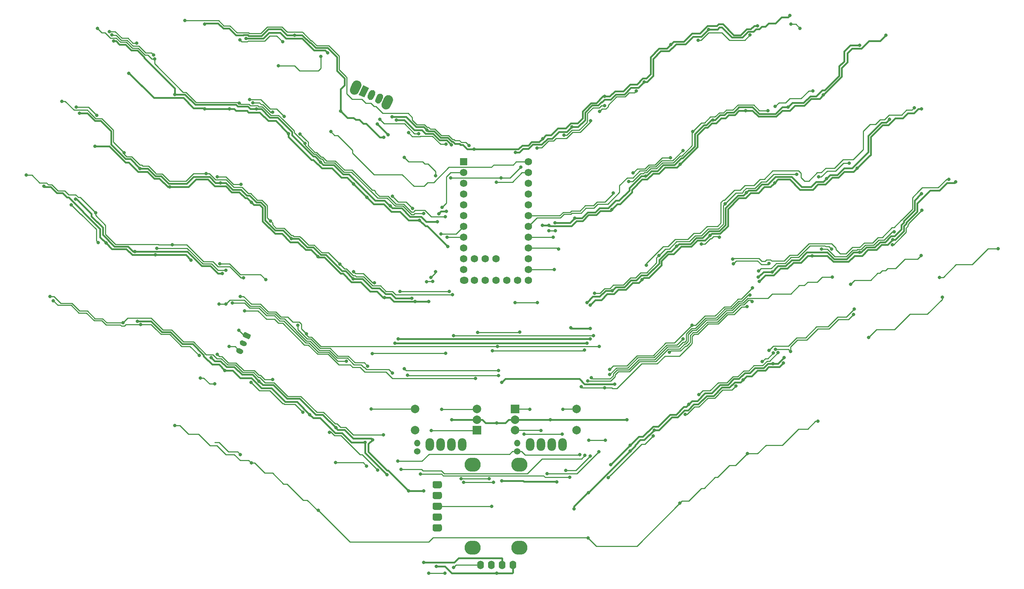
<source format=gbr>
%TF.GenerationSoftware,KiCad,Pcbnew,(5.1.10)-1*%
%TF.CreationDate,2021-12-17T13:55:30-08:00*%
%TF.ProjectId,barobord,6261726f-626f-4726-942e-6b696361645f,rev?*%
%TF.SameCoordinates,Original*%
%TF.FileFunction,Copper,L1,Top*%
%TF.FilePolarity,Positive*%
%FSLAX46Y46*%
G04 Gerber Fmt 4.6, Leading zero omitted, Abs format (unit mm)*
G04 Created by KiCad (PCBNEW (5.1.10)-1) date 2021-12-17 13:55:30*
%MOMM*%
%LPD*%
G01*
G04 APERTURE LIST*
%TA.AperFunction,ComponentPad*%
%ADD10C,0.100000*%
%TD*%
%TA.AperFunction,ComponentPad*%
%ADD11C,1.752600*%
%TD*%
%TA.AperFunction,ComponentPad*%
%ADD12R,1.752600X1.752600*%
%TD*%
%TA.AperFunction,ComponentPad*%
%ADD13O,2.000000X3.000000*%
%TD*%
%TA.AperFunction,ComponentPad*%
%ADD14O,1.524000X1.524000*%
%TD*%
%TA.AperFunction,ComponentPad*%
%ADD15C,1.524000*%
%TD*%
%TA.AperFunction,ComponentPad*%
%ADD16R,2.000000X2.000000*%
%TD*%
%TA.AperFunction,ComponentPad*%
%ADD17C,2.000000*%
%TD*%
%TA.AperFunction,ComponentPad*%
%ADD18O,1.600000X2.000000*%
%TD*%
%TA.AperFunction,ComponentPad*%
%ADD19O,3.800000X3.300000*%
%TD*%
%TA.AperFunction,ViaPad*%
%ADD20C,0.800000*%
%TD*%
%TA.AperFunction,Conductor*%
%ADD21C,0.381000*%
%TD*%
%TA.AperFunction,Conductor*%
%ADD22C,0.254000*%
%TD*%
G04 APERTURE END LIST*
%TO.P,J2,3*%
%TO.N,B-*%
%TA.AperFunction,ComponentPad*%
G36*
G01*
X79457720Y-101984403D02*
X79956190Y-102216843D01*
G75*
G02*
X80246404Y-103014199I-253571J-543785D01*
G01*
X80246404Y-103014199D01*
G75*
G02*
X79449048Y-103304413I-543785J253571D01*
G01*
X78950578Y-103071973D01*
G75*
G02*
X78660364Y-102274617I253571J543785D01*
G01*
X78660364Y-102274617D01*
G75*
G02*
X79457720Y-101984403I543785J-253571D01*
G01*
G37*
%TD.AperFunction*%
%TO.P,J2,2*%
%TO.N,Net-(J2-Pad2)*%
%TA.AperFunction,ComponentPad*%
G36*
G01*
X80302956Y-100171788D02*
X80801426Y-100404228D01*
G75*
G02*
X81091640Y-101201584I-253571J-543785D01*
G01*
X81091640Y-101201584D01*
G75*
G02*
X80294284Y-101491798I-543785J253571D01*
G01*
X79795814Y-101259358D01*
G75*
G02*
X79505600Y-100462002I253571J543785D01*
G01*
X79505600Y-100462002D01*
G75*
G02*
X80302956Y-100171788I543785J-253571D01*
G01*
G37*
%TD.AperFunction*%
%TO.P,J2,1*%
%TO.N,B-*%
%TA.AperFunction,ComponentPad*%
G36*
G01*
X80830985Y-98211256D02*
X81963871Y-98739529D01*
G75*
G02*
X82084793Y-99071759I-105654J-226576D01*
G01*
X81788959Y-99706176D01*
G75*
G02*
X81456729Y-99827098I-226576J105654D01*
G01*
X80323843Y-99298825D01*
G75*
G02*
X80202921Y-98966595I105654J226576D01*
G01*
X80498755Y-98332178D01*
G75*
G02*
X80830985Y-98211256I226576J-105654D01*
G01*
G37*
%TD.AperFunction*%
%TD*%
%TO.P,SW46,*%
%TO.N,*%
%TA.AperFunction,ComponentPad*%
G36*
G01*
X112935695Y-44171767D02*
X113485099Y-42993567D01*
G75*
G02*
X114946918Y-42461508I996939J-464880D01*
G01*
X114946918Y-42461508D01*
G75*
G02*
X115478977Y-43923327I-464880J-996939D01*
G01*
X114929573Y-45101527D01*
G75*
G02*
X113467754Y-45633586I-996939J464880D01*
G01*
X113467754Y-45633586D01*
G75*
G02*
X112935695Y-44171767I464880J996939D01*
G01*
G37*
%TD.AperFunction*%
%TA.AperFunction,ComponentPad*%
G36*
G01*
X105503971Y-40706298D02*
X106053375Y-39528098D01*
G75*
G02*
X107515194Y-38996039I996939J-464880D01*
G01*
X107515194Y-38996039D01*
G75*
G02*
X108047253Y-40457858I-464880J-996939D01*
G01*
X107497849Y-41636058D01*
G75*
G02*
X106036030Y-42168117I-996939J464880D01*
G01*
X106036030Y-42168117D01*
G75*
G02*
X105503971Y-40706298I464880J996939D01*
G01*
G37*
%TD.AperFunction*%
%TO.P,SW46,3*%
%TO.N,N/C*%
%TA.AperFunction,ComponentPad*%
G36*
G01*
X111413049Y-43296239D02*
X111835667Y-42389931D01*
G75*
G02*
X112832362Y-42027164I679731J-316964D01*
G01*
X112832362Y-42027164D01*
G75*
G02*
X113195129Y-43023859I-316964J-679731D01*
G01*
X112772511Y-43930167D01*
G75*
G02*
X111775816Y-44292934I-679731J316964D01*
G01*
X111775816Y-44292934D01*
G75*
G02*
X111413049Y-43296239I316964J679731D01*
G01*
G37*
%TD.AperFunction*%
%TO.P,SW46,2*%
%TO.N,Net-(J2-Pad2)*%
%TA.AperFunction,ComponentPad*%
G36*
G01*
X109600434Y-42451003D02*
X110023052Y-41544695D01*
G75*
G02*
X111019747Y-41181928I679731J-316964D01*
G01*
X111019747Y-41181928D01*
G75*
G02*
X111382514Y-42178623I-316964J-679731D01*
G01*
X110959896Y-43084931D01*
G75*
G02*
X109963201Y-43447698I-679731J316964D01*
G01*
X109963201Y-43447698D01*
G75*
G02*
X109600434Y-42451003I316964J679731D01*
G01*
G37*
%TD.AperFunction*%
%TA.AperFunction,ComponentPad*%
D10*
%TO.P,SW46,1*%
%TO.N,B+*%
G36*
X107470854Y-42285497D02*
G01*
X108527400Y-40019728D01*
X109886862Y-40653655D01*
X108830316Y-42919424D01*
X107470854Y-42285497D01*
G37*
%TD.AperFunction*%
%TD*%
D11*
%TO.P,U2,1*%
%TO.N,led*%
X132173857Y-58081176D03*
%TO.P,U2,2*%
%TO.N,col0*%
X132173857Y-60621176D03*
%TO.P,U2,3*%
%TO.N,GND*%
X132173857Y-63161176D03*
%TO.P,U2,4*%
X132173857Y-65701176D03*
%TO.P,U2,5*%
%TO.N,sda*%
X132173857Y-68241176D03*
%TO.P,U2,6*%
%TO.N,scl*%
X132173857Y-70781176D03*
%TO.P,U2,7*%
%TO.N,col1*%
X132173857Y-73321176D03*
%TO.P,U2,8*%
%TO.N,col2*%
X132173857Y-75861176D03*
%TO.P,U2,9*%
%TO.N,col3*%
X132173857Y-78401176D03*
%TO.P,U2,10*%
%TO.N,col4*%
X132173857Y-80941176D03*
%TO.P,U2,11*%
%TO.N,row3*%
X132173857Y-83481176D03*
%TO.P,U2,13*%
%TO.N,row0*%
X147413857Y-86021176D03*
%TO.P,U2,14*%
%TO.N,row4*%
X147413857Y-83481176D03*
%TO.P,U2,15*%
%TO.N,ENC2A*%
X147413857Y-80941176D03*
%TO.P,U2,16*%
%TO.N,col8*%
X147413857Y-78401176D03*
%TO.P,U2,17*%
%TO.N,col7*%
X147413857Y-75861176D03*
%TO.P,U2,18*%
%TO.N,col6*%
X147413857Y-73321176D03*
%TO.P,U2,19*%
%TO.N,col5*%
X147413857Y-70781176D03*
%TO.P,U2,20*%
%TO.N,row1*%
X147413857Y-68241176D03*
%TO.P,U2,21*%
%TO.N,+5V*%
X147413857Y-65701176D03*
%TO.P,U2,22*%
%TO.N,RESET*%
X147413857Y-63161176D03*
%TO.P,U2,23*%
%TO.N,B-*%
X147413857Y-60621176D03*
%TO.P,U2,12*%
%TO.N,row2*%
X132173857Y-86021176D03*
%TO.P,U2,24*%
%TO.N,B+*%
X147413857Y-58081176D03*
%TO.P,U2,31*%
%TO.N,ENC1B*%
X134713857Y-80941176D03*
%TO.P,U2,32*%
%TO.N,ENC1A*%
X137253857Y-80941176D03*
%TO.P,U2,33*%
%TO.N,ENC2B*%
X139793857Y-80941176D03*
%TD*%
%TO.P,U1,25*%
%TO.N,ENC1B*%
X134713857Y-86021176D03*
%TO.P,U1,26*%
%TO.N,ENC1A*%
X137253857Y-86021176D03*
%TO.P,U1,27*%
%TO.N,ENC2B*%
X139793857Y-86021176D03*
%TO.P,U1,28*%
%TO.N,Net-(U1-Pad28)*%
X142333857Y-86021176D03*
%TO.P,U1,29*%
%TO.N,Net-(U1-Pad29)*%
X144873857Y-86021176D03*
%TO.P,U1,24*%
%TO.N,B+*%
X147413857Y-58081176D03*
%TO.P,U1,12*%
%TO.N,row2*%
X132402457Y-86021176D03*
%TO.P,U1,23*%
%TO.N,B-*%
X147413857Y-60621176D03*
%TO.P,U1,22*%
%TO.N,RESET*%
X147413857Y-63161176D03*
%TO.P,U1,21*%
%TO.N,+5V*%
X147413857Y-65701176D03*
%TO.P,U1,20*%
%TO.N,row1*%
X147413857Y-68241176D03*
%TO.P,U1,19*%
%TO.N,col5*%
X147413857Y-70781176D03*
%TO.P,U1,18*%
%TO.N,col6*%
X147413857Y-73321176D03*
%TO.P,U1,17*%
%TO.N,col7*%
X147413857Y-75861176D03*
%TO.P,U1,16*%
%TO.N,col8*%
X147413857Y-78401176D03*
%TO.P,U1,15*%
%TO.N,ENC2A*%
X147413857Y-80941176D03*
%TO.P,U1,14*%
%TO.N,row4*%
X147413857Y-83481176D03*
%TO.P,U1,13*%
%TO.N,row0*%
X147413857Y-86021176D03*
%TO.P,U1,11*%
%TO.N,row3*%
X132173857Y-83481176D03*
%TO.P,U1,10*%
%TO.N,col4*%
X132173857Y-80941176D03*
%TO.P,U1,9*%
%TO.N,col3*%
X132173857Y-78401176D03*
%TO.P,U1,8*%
%TO.N,col2*%
X132173857Y-75861176D03*
%TO.P,U1,7*%
%TO.N,col1*%
X132173857Y-73321176D03*
%TO.P,U1,6*%
%TO.N,scl*%
X132173857Y-70781176D03*
%TO.P,U1,5*%
%TO.N,sda*%
X132173857Y-68241176D03*
%TO.P,U1,4*%
%TO.N,GND*%
X132173857Y-65701176D03*
%TO.P,U1,3*%
X132173857Y-63161176D03*
%TO.P,U1,2*%
%TO.N,col0*%
X132173857Y-60621176D03*
D12*
%TO.P,U1,1*%
%TO.N,led*%
X132173857Y-58081176D03*
%TD*%
D13*
%TO.P,SW45,NC*%
%TO.N,Net-(SW45-PadNC)*%
X155463857Y-124659177D03*
%TO.P,SW45,C*%
%TO.N,GND*%
X152923857Y-124659177D03*
%TO.P,SW45,B*%
%TO.N,ENC2B*%
X150383857Y-124659177D03*
%TO.P,SW45,A*%
%TO.N,ENC2A*%
X147843857Y-124659177D03*
D14*
%TO.P,SW45,S2*%
%TO.N,Net-(D82-Pad2)*%
X144843857Y-124309177D03*
D15*
%TO.P,SW45,S1*%
%TO.N,col3*%
X144843857Y-126309177D03*
%TD*%
D16*
%TO.P,SW43,A*%
%TO.N,ENC2A*%
X144293857Y-116309177D03*
D17*
%TO.P,SW43,C*%
%TO.N,GND*%
X144293857Y-118809177D03*
%TO.P,SW43,B*%
%TO.N,ENC2B*%
X144293857Y-121309177D03*
%TO.P,SW43,S2*%
%TO.N,Net-(D82-Pad2)*%
X158793857Y-116309177D03*
%TO.P,SW43,S1*%
%TO.N,col3*%
X158793857Y-121309177D03*
%TD*%
D16*
%TO.P,SW42,A*%
%TO.N,ENC1A*%
X135293857Y-121309176D03*
D17*
%TO.P,SW42,C*%
%TO.N,GND*%
X135293857Y-118809176D03*
%TO.P,SW42,B*%
%TO.N,ENC1B*%
X135293857Y-116309176D03*
%TO.P,SW42,S2*%
%TO.N,Net-(D81-Pad2)*%
X120793857Y-121309176D03*
%TO.P,SW42,S1*%
%TO.N,col4*%
X120793857Y-116309176D03*
%TD*%
D13*
%TO.P,SW44,NC*%
%TO.N,Net-(SW44-PadNC)*%
X131863858Y-124659177D03*
%TO.P,SW44,C*%
%TO.N,GND*%
X129323858Y-124659177D03*
%TO.P,SW44,B*%
%TO.N,ENC1B*%
X126783858Y-124659177D03*
%TO.P,SW44,A*%
%TO.N,ENC1A*%
X124243858Y-124659177D03*
D14*
%TO.P,SW44,S2*%
%TO.N,Net-(D81-Pad2)*%
X121243858Y-124309177D03*
D15*
%TO.P,SW44,S1*%
%TO.N,col4*%
X121243858Y-126309177D03*
%TD*%
D18*
%TO.P,Brd1,2*%
%TO.N,+5V*%
X141273858Y-153009176D03*
%TO.P,Brd1,1*%
%TO.N,GND*%
X143813858Y-153009176D03*
%TO.P,Brd1,3*%
%TO.N,scl*%
X138733858Y-153009176D03*
%TO.P,Brd1,4*%
%TO.N,sda*%
X136193858Y-153009176D03*
%TD*%
D19*
%TO.P,J1,9*%
%TO.N,N/C*%
X134293857Y-129409177D03*
%TO.P,J1,8*%
X145293857Y-129409177D03*
%TO.P,J1,7*%
X145293857Y-149009177D03*
%TO.P,J1,6*%
X134293857Y-149009177D03*
%TO.P,J1,1*%
%TO.N,+5V*%
%TA.AperFunction,ComponentPad*%
G36*
G01*
X127069857Y-133704177D02*
X127069857Y-134554177D01*
G75*
G02*
X126644857Y-134979177I-425000J0D01*
G01*
X125294857Y-134979177D01*
G75*
G02*
X124869857Y-134554177I0J425000D01*
G01*
X124869857Y-133704177D01*
G75*
G02*
X125294857Y-133279177I425000J0D01*
G01*
X126644857Y-133279177D01*
G75*
G02*
X127069857Y-133704177I0J-425000D01*
G01*
G37*
%TD.AperFunction*%
%TO.P,J1,2*%
%TO.N,sda*%
%TA.AperFunction,ComponentPad*%
G36*
G01*
X126644857Y-137519177D02*
X125294857Y-137519177D01*
G75*
G02*
X124869857Y-137094177I0J425000D01*
G01*
X124869857Y-136244177D01*
G75*
G02*
X125294857Y-135819177I425000J0D01*
G01*
X126644857Y-135819177D01*
G75*
G02*
X127069857Y-136244177I0J-425000D01*
G01*
X127069857Y-137094177D01*
G75*
G02*
X126644857Y-137519177I-425000J0D01*
G01*
G37*
%TD.AperFunction*%
%TO.P,J1,3*%
%TO.N,scl*%
%TA.AperFunction,ComponentPad*%
G36*
G01*
X126644857Y-140059177D02*
X125294857Y-140059177D01*
G75*
G02*
X124869857Y-139634177I0J425000D01*
G01*
X124869857Y-138784177D01*
G75*
G02*
X125294857Y-138359177I425000J0D01*
G01*
X126644857Y-138359177D01*
G75*
G02*
X127069857Y-138784177I0J-425000D01*
G01*
X127069857Y-139634177D01*
G75*
G02*
X126644857Y-140059177I-425000J0D01*
G01*
G37*
%TD.AperFunction*%
%TO.P,J1,4*%
%TO.N,Net-(J1-Pad4)*%
%TA.AperFunction,ComponentPad*%
G36*
G01*
X126644857Y-142599177D02*
X125294857Y-142599177D01*
G75*
G02*
X124869857Y-142174177I0J425000D01*
G01*
X124869857Y-141324177D01*
G75*
G02*
X125294857Y-140899177I425000J0D01*
G01*
X126644857Y-140899177D01*
G75*
G02*
X127069857Y-141324177I0J-425000D01*
G01*
X127069857Y-142174177D01*
G75*
G02*
X126644857Y-142599177I-425000J0D01*
G01*
G37*
%TD.AperFunction*%
%TO.P,J1,5*%
%TO.N,GND*%
%TA.AperFunction,ComponentPad*%
G36*
G01*
X126644857Y-145139177D02*
X125294857Y-145139177D01*
G75*
G02*
X124869857Y-144714177I0J425000D01*
G01*
X124869857Y-143864177D01*
G75*
G02*
X125294857Y-143439177I425000J0D01*
G01*
X126644857Y-143439177D01*
G75*
G02*
X127069857Y-143864177I0J-425000D01*
G01*
X127069857Y-144714177D01*
G75*
G02*
X126644857Y-145139177I-425000J0D01*
G01*
G37*
%TD.AperFunction*%
%TD*%
D20*
%TO.N,GND*%
X125793858Y-153409177D03*
X139993857Y-119609177D03*
X139993858Y-155009177D03*
X129393857Y-118809177D03*
X152593858Y-118809177D03*
X49793857Y-29609177D03*
X71193858Y-25609177D03*
X123575930Y-50609177D03*
X64193857Y-42209176D03*
X83393857Y-45609177D03*
X98493858Y-58109176D03*
X114952826Y-68450209D03*
X125993857Y-72209176D03*
X119993857Y-90209177D03*
X106193857Y-85618677D03*
X91652826Y-76150208D03*
X74993857Y-63018677D03*
X55993857Y-59618676D03*
X41793857Y-46609176D03*
X108993858Y-124209176D03*
X75993857Y-107209177D03*
X55393857Y-95609177D03*
X59593858Y-80009176D03*
X67993857Y-81209176D03*
X47993857Y-77209176D03*
X33393857Y-63809177D03*
X95993858Y-117609176D03*
X114193857Y-131809177D03*
X201393858Y-26009176D03*
X180993857Y-30409176D03*
X165393858Y-42609177D03*
X150793857Y-52609177D03*
X158355366Y-71351441D03*
X190843835Y-48218676D03*
X208593857Y-45218676D03*
X225393858Y-30618677D03*
X174993858Y-61409177D03*
X115993858Y-100809176D03*
X161193857Y-100809177D03*
X161193857Y-91209176D03*
X167193857Y-88409177D03*
X182334889Y-77950208D03*
X198734889Y-65350208D03*
X217634889Y-62050209D03*
X232434890Y-48050208D03*
X171393857Y-126209177D03*
X177052825Y-121268145D03*
X197993857Y-109409176D03*
X161593857Y-136009177D03*
X207452826Y-105468144D03*
X201551321Y-85239032D03*
X204793858Y-84009177D03*
X225393857Y-79418677D03*
X239993857Y-65618677D03*
X158193858Y-139809176D03*
X170593858Y-118809176D03*
X92393857Y-28209176D03*
X134685356Y-55061677D03*
X153734142Y-72418677D03*
X128109857Y-69765177D03*
X126344925Y-70286244D03*
X115333657Y-47438577D03*
X113377858Y-52289977D03*
X103243257Y-46092377D03*
%TO.N,+5V*%
X122793857Y-152409177D03*
X141193857Y-110009177D03*
X141193857Y-133209177D03*
X121793857Y-71809177D03*
X106293857Y-63309177D03*
X90993857Y-51409176D03*
X71193857Y-45609177D03*
X100193858Y-32409176D03*
X53393858Y-37209176D03*
X45393858Y-54409176D03*
X120793857Y-91009176D03*
X110752825Y-123568144D03*
X84052825Y-109750209D03*
X72793858Y-104209177D03*
X75393857Y-84409176D03*
X54793857Y-79209177D03*
X40793857Y-66809176D03*
X102093857Y-120709176D03*
X122793857Y-135609176D03*
X119193857Y-135609177D03*
X113593857Y-90009176D03*
X157652826Y-49868145D03*
X174652825Y-39268145D03*
X189852825Y-26868145D03*
X208993857Y-23609177D03*
X231593857Y-28209176D03*
X216893857Y-42309176D03*
X198593857Y-46009176D03*
X183193857Y-58609177D03*
X167052825Y-69268144D03*
X116793858Y-99809177D03*
X161993857Y-99809177D03*
X161993858Y-91809176D03*
X239993857Y-45609176D03*
X174193857Y-85809177D03*
X190193857Y-75409177D03*
X205393858Y-63009176D03*
X224793857Y-59609177D03*
X171393858Y-124809177D03*
X185193858Y-115209177D03*
X204993858Y-105609177D03*
X166793858Y-129409176D03*
X207593857Y-104209176D03*
X201793857Y-86209177D03*
X214193857Y-80209177D03*
X233193857Y-76409177D03*
X247993858Y-62809177D03*
X129334889Y-54068144D03*
X97910967Y-80422550D03*
X63043836Y-63999677D03*
X82193857Y-67609176D03*
X144365858Y-55852178D03*
X152274857Y-73067177D03*
X161993858Y-97349176D03*
X157389858Y-97197177D03*
X150715857Y-73067177D03*
X167720825Y-110418209D03*
X128496924Y-78026243D03*
X123953857Y-91009177D03*
X109380857Y-66396176D03*
X111879257Y-49114977D03*
X114393858Y-51654976D03*
X116349657Y-48251376D03*
X77055257Y-45609176D03*
X80974866Y-28990186D03*
X154144857Y-133442976D03*
%TO.N,row0*%
X45993858Y-26609177D03*
X79384357Y-44218677D03*
X94852826Y-53750208D03*
X186133254Y-50930172D03*
X203793858Y-46018677D03*
X162038333Y-48430600D03*
X149445857Y-54799676D03*
X145635857Y-59351177D03*
X129125857Y-61891177D03*
X122769790Y-70279243D03*
X118203858Y-57065176D03*
X125569858Y-61383177D03*
X140987657Y-61891177D03*
X59428750Y-33851454D03*
X171061257Y-62703977D03*
%TO.N,row1*%
X37593857Y-43809176D03*
X52263661Y-55939372D03*
X71593857Y-60818677D03*
X86763661Y-72039373D03*
X103052825Y-82150209D03*
X129793857Y-99018676D03*
X162793857Y-99009177D03*
X163032348Y-89018676D03*
X178124053Y-80139373D03*
X193724053Y-67939373D03*
X210593858Y-61009177D03*
X153809957Y-74291076D03*
X152274858Y-74275614D03*
X129593858Y-89409177D03*
%TO.N,row2*%
X29193858Y-61209177D03*
X63593857Y-77609177D03*
X80393857Y-85409177D03*
X79593858Y-89809176D03*
X95207925Y-98595110D03*
X164143793Y-101559198D03*
X166593857Y-107009177D03*
X185993857Y-96609176D03*
X200203357Y-87773345D03*
X201593857Y-83809177D03*
X140139847Y-101599676D03*
X218793857Y-78609176D03*
X45546457Y-70056576D03*
%TO.N,row3*%
X35593857Y-90809177D03*
X56193858Y-96409176D03*
X69934890Y-103668144D03*
X64193858Y-120209176D03*
X82193858Y-129009177D03*
X97993857Y-140209177D03*
X215593857Y-119209177D03*
X198993857Y-126809176D03*
X183093857Y-138509177D03*
X161493857Y-146709176D03*
X156193858Y-130809177D03*
X161979791Y-127395109D03*
X160678304Y-102397719D03*
X138993858Y-102609176D03*
%TO.N,led*%
X66593857Y-24809177D03*
X49407925Y-28155176D03*
X133443857Y-54271177D03*
X59174257Y-32884377D03*
%TO.N,Net-(D41-Pad2)*%
X55193858Y-30082177D03*
X48772393Y-27383100D03*
%TO.N,Net-(D42-Pad2)*%
X45851604Y-47106921D03*
X40993857Y-45155176D03*
%TO.N,Net-(D43-Pad2)*%
X39793857Y-68209176D03*
X46134889Y-77068145D03*
%TO.N,Net-(D47-Pad2)*%
X79515899Y-29331218D03*
X89593857Y-29809177D03*
%TO.N,Net-(D48-Pad2)*%
X98593857Y-33209177D03*
X88593857Y-35409177D03*
X87193857Y-46364666D03*
X82593857Y-44150308D03*
%TO.N,Net-(D49-Pad2)*%
X89916463Y-47371780D03*
X81793857Y-43409176D03*
%TO.N,Net-(D50-Pad2)*%
X79793857Y-63364667D03*
X74193858Y-61564676D03*
%TO.N,Net-(D51-Pad2)*%
X74807924Y-82082177D03*
X85593857Y-85809177D03*
%TO.N,Net-(D54-Pad2)*%
X121593857Y-51409176D03*
X112438057Y-48048176D03*
%TO.N,Net-(D55-Pad2)*%
X128075921Y-53927113D03*
X119193857Y-51209177D03*
%TO.N,Net-(D56-Pad2)*%
X120128957Y-69074076D03*
X115428958Y-66174075D03*
%TO.N,Net-(D57-Pad2)*%
X111173859Y-86564666D03*
X106269108Y-83933926D03*
X104558757Y-105044277D03*
X77720857Y-91336176D03*
X70193857Y-109009177D03*
X73593858Y-110409176D03*
%TO.N,Net-(D58-Pad2)*%
X82134889Y-110068144D03*
X94334889Y-117068144D03*
%TO.N,Net-(D59-Pad2)*%
X100634889Y-121768145D03*
X111934889Y-130668145D03*
%TO.N,Net-(D60-Pad2)*%
X121993857Y-131609177D03*
X157193858Y-132409177D03*
%TO.N,Net-(D61-Pad2)*%
X166252825Y-132468145D03*
X176811793Y-122627112D03*
%TO.N,Net-(D62-Pad2)*%
X184357575Y-117563394D03*
X196252825Y-110868145D03*
%TO.N,Net-(D63-Pad2)*%
X202488069Y-105103388D03*
X205094035Y-103109354D03*
X200129224Y-91000811D03*
X180632481Y-102882820D03*
%TO.N,Net-(D66-Pad2)*%
X155793857Y-51799676D03*
X165393858Y-44809176D03*
%TO.N,Net-(D67-Pad2)*%
X172793858Y-41399677D03*
X164193857Y-46209177D03*
%TO.N,Net-(D68-Pad2)*%
X180879790Y-57082177D03*
X172079790Y-60695110D03*
%TO.N,Net-(D69-Pad2)*%
X188193857Y-77399677D03*
X192393857Y-75809177D03*
X195679791Y-82123243D03*
X204058758Y-82028167D03*
%TO.N,Net-(D73-Pad2)*%
X187393857Y-29399677D03*
X199593857Y-28199676D03*
%TO.N,Net-(D74-Pad2)*%
X209193857Y-25609177D03*
X211393858Y-26609176D03*
%TO.N,Net-(D75-Pad2)*%
X214393858Y-41364667D03*
X205532209Y-45042690D03*
%TO.N,Net-(D76-Pad2)*%
X222993858Y-58364666D03*
X215793857Y-61583657D03*
%TO.N,Net-(D77-Pad2)*%
X233152825Y-77568145D03*
X240033657Y-69448976D03*
%TO.N,RESET*%
X163993857Y-126409176D03*
X151793858Y-131555177D03*
%TO.N,col0*%
X34793857Y-89809177D03*
X124463933Y-85299104D03*
X113320858Y-122409177D03*
X51993857Y-96009177D03*
X127120858Y-68768243D03*
X125575925Y-83983109D03*
%TO.N,col1*%
X59993858Y-78418677D03*
X76193858Y-83609176D03*
X76193857Y-91609177D03*
X74593857Y-91609177D03*
X123478026Y-86353142D03*
X115407924Y-107823244D03*
X126839858Y-75099177D03*
X124932027Y-86275176D03*
%TO.N,col2*%
X79593858Y-127009177D03*
X93666892Y-51536141D03*
X74184357Y-103457128D03*
X87193857Y-109364667D03*
X128328858Y-75861176D03*
X127855857Y-71035177D03*
%TO.N,col3*%
X109593858Y-106209176D03*
X93193858Y-96609177D03*
X127993857Y-103209177D03*
X110679790Y-103295110D03*
X109339257Y-129734576D03*
X102078057Y-128924976D03*
X159567757Y-127080276D03*
X116727557Y-128566177D03*
%TO.N,col4*%
X117193857Y-88609177D03*
X128793857Y-88609177D03*
X110393858Y-116311177D03*
%TO.N,col5*%
X183793858Y-99809176D03*
X166584357Y-108209177D03*
X167379791Y-65395110D03*
X238244257Y-45330376D03*
X175193857Y-82447377D03*
%TO.N,col6*%
X206222347Y-103009177D03*
X187534889Y-112950209D03*
X183793857Y-55409177D03*
X246397658Y-62183277D03*
X195549057Y-80964376D03*
%TO.N,col7*%
X223993858Y-94009177D03*
X199580691Y-89424145D03*
X205579790Y-102223244D03*
X209180924Y-102723460D03*
X153255857Y-75861176D03*
X162266857Y-108936187D03*
X227563557Y-99406976D03*
X244860958Y-89983577D03*
X244162458Y-85284577D03*
X257967357Y-78553576D03*
%TO.N,col8*%
X233534889Y-74550209D03*
X216393857Y-78618677D03*
X218993857Y-85209177D03*
X154519791Y-78661243D03*
X161403868Y-109663187D03*
%TO.N,sda*%
X129793858Y-153609177D03*
X127793858Y-155009177D03*
X123993858Y-155009176D03*
X131593858Y-132736177D03*
X138193857Y-132736177D03*
X140407924Y-107223244D03*
X118247857Y-106849177D03*
%TO.N,scl*%
X138793858Y-139209177D03*
X132193857Y-133609177D03*
X139193857Y-133609176D03*
X140393858Y-108409177D03*
X118965857Y-108373177D03*
%TO.N,Net-(D82-Pad2)*%
X155593857Y-116409177D03*
X155393857Y-122209177D03*
X146393857Y-122209177D03*
%TO.N,ENC1B*%
X126993857Y-116409176D03*
%TO.N,ENC1A*%
X124593857Y-121409177D03*
%TO.N,ENC2B*%
X150393857Y-121409177D03*
%TO.N,ENC2A*%
X147793857Y-116409176D03*
X144289657Y-91215477D03*
X149572857Y-91202777D03*
%TO.N,row4*%
X153503790Y-83487244D03*
X160761557Y-127258077D03*
X117454557Y-130483877D03*
X161650557Y-123651276D03*
X165524057Y-123663977D03*
X165397058Y-111268777D03*
X159885257Y-111014776D03*
X198925057Y-92129877D03*
X204030457Y-102505776D03*
X224159957Y-92790277D03*
X223283657Y-86884776D03*
X239882557Y-80153777D03*
%TO.N,B-*%
X134967857Y-109136176D03*
X135501258Y-98225877D03*
X145394557Y-98149677D03*
X139933557Y-62843677D03*
X80603857Y-93189176D03*
X77023858Y-101589177D03*
X79253857Y-97759177D03*
%TO.N,B+*%
X100931857Y-50969177D03*
%TD*%
D21*
%TO.N,GND*%
X139993857Y-119609177D02*
X137393858Y-119609177D01*
X137393858Y-119609177D02*
X136593858Y-118809176D01*
X136593858Y-118809176D02*
X135293858Y-118809177D01*
X143593857Y-118809177D02*
X144893858Y-118809177D01*
X139993857Y-119609177D02*
X141993858Y-119609177D01*
X142793857Y-118809176D02*
X144293857Y-118809177D01*
X141993858Y-119609177D02*
X142793857Y-118809176D01*
X134793857Y-155009176D02*
X139993858Y-155009177D01*
X143813857Y-154789177D02*
X143593858Y-155009176D01*
X143813858Y-153009177D02*
X143813857Y-154789177D01*
X139993858Y-155009177D02*
X143593858Y-155009176D01*
X125793858Y-153409177D02*
X127793857Y-153409177D01*
X129393857Y-155009177D02*
X134793857Y-155009176D01*
X127793857Y-153409177D02*
X129393857Y-155009177D01*
X129393857Y-118809177D02*
X135293858Y-118809177D01*
X149793858Y-118809176D02*
X144293857Y-118809177D01*
X149793858Y-118809176D02*
X152593858Y-118809177D01*
X123593858Y-72209177D02*
X123393857Y-72209177D01*
X123393857Y-72209177D02*
X122193857Y-71009176D01*
X122193857Y-71009176D02*
X119593857Y-71009177D01*
X119593857Y-71009177D02*
X117593858Y-69009177D01*
X117593858Y-69009177D02*
X115393857Y-69009177D01*
X115393857Y-69009177D02*
X113593858Y-67209177D01*
X113593858Y-67209177D02*
X111393857Y-67209177D01*
X111393857Y-67209177D02*
X105193857Y-61009177D01*
X105193857Y-61009177D02*
X103793857Y-61009176D01*
X103793857Y-61009176D02*
X101593858Y-58809176D01*
X101593858Y-58809176D02*
X99193857Y-58809176D01*
X97193857Y-56809177D02*
X96793858Y-56809176D01*
X96793858Y-56809176D02*
X91793858Y-51809177D01*
X91793858Y-51809177D02*
X91793857Y-51009177D01*
X91793857Y-51009177D02*
X88393857Y-47609176D01*
X88393857Y-47609176D02*
X86593857Y-47609176D01*
X86593857Y-47609176D02*
X84593857Y-45609176D01*
X84593857Y-45609176D02*
X83393857Y-45609177D01*
X98493858Y-58109176D02*
X97193857Y-56809177D01*
X99193857Y-58809176D02*
X98493858Y-58109176D01*
X125993857Y-72209176D02*
X123593858Y-72209177D01*
X119993857Y-90209177D02*
X116193858Y-90209176D01*
X116193858Y-90209176D02*
X115193857Y-89209177D01*
X115193857Y-89209177D02*
X113793858Y-89209176D01*
X113793858Y-89209176D02*
X112393857Y-87809176D01*
X112393857Y-87809176D02*
X110593857Y-87809177D01*
X108403357Y-85618677D02*
X106193857Y-85618677D01*
X110593857Y-87809177D02*
X108403357Y-85618677D01*
X106193857Y-85618677D02*
X104384357Y-83809177D01*
X104384357Y-83809177D02*
X103593858Y-83809176D01*
X99793858Y-80009176D02*
X98615529Y-80009176D01*
X103593858Y-83809176D02*
X99793858Y-80009176D01*
X96815529Y-78209176D02*
X95393857Y-78209177D01*
X98615529Y-80009176D02*
X96815529Y-78209176D01*
X93334889Y-76150208D02*
X91652826Y-76150208D01*
X95393857Y-78209177D02*
X93334889Y-76150208D01*
X91652826Y-76150208D02*
X89711794Y-74209176D01*
X89711794Y-74209176D02*
X87815529Y-74209176D01*
X84415529Y-67609177D02*
X83415529Y-67609176D01*
X85474867Y-68668514D02*
X84415529Y-67609177D01*
X85474867Y-71868515D02*
X85474867Y-68668514D01*
X87815529Y-74209176D02*
X85474867Y-71868515D01*
X81193857Y-66009177D02*
X81174867Y-66028166D01*
X81815530Y-66009177D02*
X81193857Y-66009177D01*
X83415529Y-67609176D02*
X81815530Y-66009177D01*
X81174867Y-66028166D02*
X79755877Y-64609177D01*
X79755877Y-64609177D02*
X77815530Y-64609177D01*
X76225029Y-63018677D02*
X74993857Y-63018677D01*
X77815530Y-64609177D02*
X76225029Y-63018677D01*
X74993857Y-63018677D02*
X73803357Y-63018677D01*
X73803357Y-63018677D02*
X72393857Y-61609176D01*
X72393857Y-61609176D02*
X68593857Y-61609177D01*
X68593857Y-61609177D02*
X66993858Y-63209176D01*
X66993858Y-63209176D02*
X62793857Y-63209176D01*
X60993857Y-61409177D02*
X59615529Y-61409177D01*
X62793857Y-63209176D02*
X60993857Y-61409177D01*
X57825030Y-59618676D02*
X55993857Y-59618676D01*
X59615529Y-61409177D02*
X57825030Y-59618676D01*
X55993857Y-59618676D02*
X53784357Y-57409176D01*
X52615529Y-57409176D02*
X49193857Y-53987504D01*
X53784357Y-57409176D02*
X52615529Y-57409176D01*
X49193857Y-53987504D02*
X49193858Y-50809177D01*
X49193858Y-50809177D02*
X46793857Y-48409176D01*
X46793857Y-48409176D02*
X45393857Y-48409177D01*
X43593857Y-46609177D02*
X41793857Y-46609176D01*
X45393857Y-48409177D02*
X43593857Y-46609177D01*
X75993857Y-107209177D02*
X74593858Y-105809176D01*
X74593858Y-105809176D02*
X72993857Y-105809177D01*
X72993857Y-105809177D02*
X70993857Y-103809177D01*
X70993857Y-103809177D02*
X70993858Y-103609177D01*
X70993858Y-103609177D02*
X68393858Y-101009176D01*
X68393858Y-101009176D02*
X65993857Y-101009176D01*
X65993857Y-101009176D02*
X63193857Y-98209176D01*
X63193857Y-98209176D02*
X61193858Y-98209177D01*
X61193858Y-98209177D02*
X58593857Y-95609176D01*
X58593857Y-95609176D02*
X55393857Y-95609177D01*
X66793857Y-80009177D02*
X67993857Y-81209176D01*
X59593858Y-80009176D02*
X66793857Y-80009177D01*
X59593858Y-80009176D02*
X54193858Y-80009177D01*
X54193858Y-80009177D02*
X52793857Y-78609177D01*
X49393857Y-78609177D02*
X47993857Y-77209176D01*
X52793857Y-78609177D02*
X49393857Y-78609177D01*
X42593857Y-69809176D02*
X39193858Y-66409177D01*
X39193858Y-66409177D02*
X38793857Y-66409176D01*
X38793857Y-66409176D02*
X37793857Y-65409177D01*
X37793857Y-65409177D02*
X36393858Y-65409176D01*
X36393858Y-65409176D02*
X34993857Y-64009177D01*
X33593857Y-64009177D02*
X33393857Y-63809177D01*
X34993857Y-64009177D02*
X33593857Y-64009177D01*
X84593858Y-111409176D02*
X82193857Y-109009177D01*
X86993858Y-111409177D02*
X84593858Y-111409176D01*
X79593857Y-109009177D02*
X77793857Y-107209177D01*
X90193857Y-114609177D02*
X86993858Y-111409177D01*
X92993858Y-114609177D02*
X90193857Y-114609177D01*
X82193857Y-109009177D02*
X79593857Y-109009177D01*
X77793857Y-107209177D02*
X75993857Y-107209177D01*
X101993857Y-122009176D02*
X98393857Y-118409177D01*
X103593857Y-122009176D02*
X101993857Y-122009176D01*
X98393857Y-118409177D02*
X96793858Y-118409177D01*
X105793858Y-124209177D02*
X103593857Y-122009176D01*
X108993858Y-124209176D02*
X105793858Y-124209177D01*
X95993858Y-117609176D02*
X92993858Y-114609177D01*
X96793858Y-118409177D02*
X95993858Y-117609176D01*
X108993858Y-124209176D02*
X108993857Y-126609176D01*
X108993857Y-126609176D02*
X111393857Y-129009177D01*
X111393857Y-129009177D02*
X114193857Y-131809177D01*
X147393857Y-54209176D02*
X148193857Y-53409176D01*
X148193857Y-53409176D02*
X149993858Y-53409176D01*
X151593857Y-51809177D02*
X152793858Y-51809177D01*
X152793858Y-51809177D02*
X154393858Y-50209177D01*
X154393858Y-50209177D02*
X156193858Y-50209176D01*
X156193858Y-50209176D02*
X157393857Y-49009176D01*
X157393857Y-49009176D02*
X158993857Y-49009177D01*
X158993857Y-49009177D02*
X160193857Y-47809177D01*
X160193857Y-47809177D02*
X160193857Y-46209177D01*
X160193857Y-46209177D02*
X162193857Y-44209177D01*
X162193857Y-44209177D02*
X163393857Y-44209176D01*
X163393857Y-44209176D02*
X164993858Y-42609176D01*
X166593857Y-42609176D02*
X167793857Y-41409176D01*
X167793857Y-41409176D02*
X169793857Y-41409176D01*
X169793857Y-41409176D02*
X171393857Y-39809177D01*
X171393857Y-39809177D02*
X172993858Y-39809176D01*
X172993858Y-39809176D02*
X174393857Y-38409177D01*
X174393857Y-38409177D02*
X175193857Y-38409176D01*
X175193857Y-38409176D02*
X176193858Y-37409176D01*
X176193858Y-37409176D02*
X176193858Y-33409176D01*
X176193858Y-33409176D02*
X178193858Y-31409177D01*
X178193858Y-31409177D02*
X179993858Y-31409176D01*
X181593857Y-29809177D02*
X183993857Y-29809177D01*
X183993857Y-29809177D02*
X185993857Y-27809177D01*
X185993857Y-27809177D02*
X187793857Y-27809177D01*
X187793857Y-27809177D02*
X189593857Y-26009177D01*
X189593857Y-26009177D02*
X191793857Y-26009177D01*
X191793857Y-26009177D02*
X192193858Y-25609176D01*
X192193858Y-25609176D02*
X193193858Y-25609177D01*
X193193858Y-25609177D02*
X195793857Y-28209177D01*
X195793857Y-28209177D02*
X197393857Y-28209177D01*
X197393857Y-28209177D02*
X198793857Y-26809176D01*
X201393858Y-26009176D02*
X200593858Y-26009177D01*
X200593858Y-26009177D02*
X199793857Y-26809177D01*
X198793857Y-26809176D02*
X199793857Y-26809177D01*
X180993857Y-30409176D02*
X181593857Y-29809177D01*
X179993858Y-31409176D02*
X180993857Y-30409176D01*
X165393858Y-42609177D02*
X166593857Y-42609176D01*
X164993858Y-42609176D02*
X165393858Y-42609177D01*
X150793857Y-52609177D02*
X151593857Y-51809177D01*
X149993858Y-53409176D02*
X150793857Y-52609177D01*
X158355366Y-71351441D02*
X160029921Y-71351440D01*
X160029921Y-71351440D02*
X161372185Y-70009176D01*
X163172185Y-70009177D02*
X164172185Y-69009177D01*
X161372185Y-70009176D02*
X163172185Y-70009177D01*
X164172185Y-69009177D02*
X166193857Y-69009177D01*
X166193857Y-69009177D02*
X167993857Y-67209176D01*
X167993857Y-67209176D02*
X168793857Y-67209177D01*
X171212848Y-64790187D02*
X171212848Y-64190187D01*
X168793857Y-67209177D02*
X171212848Y-64790187D01*
X171212848Y-64190187D02*
X173393857Y-62009176D01*
X173393857Y-62009176D02*
X173993858Y-61409176D01*
X175193857Y-61409177D02*
X176393858Y-60209176D01*
X176393858Y-60209176D02*
X177793858Y-60209177D01*
X179193857Y-58809176D02*
X181772185Y-58809177D01*
X177793858Y-60209177D02*
X179193857Y-58809176D01*
X183372185Y-57209177D02*
X183772185Y-57209177D01*
X181772185Y-58809177D02*
X183372185Y-57209177D01*
X186612848Y-54368515D02*
X186612848Y-51568514D01*
X183772185Y-57209177D02*
X186612848Y-54368515D01*
X188772186Y-49409177D02*
X189372185Y-49409177D01*
X186612848Y-51568514D02*
X188772186Y-49409177D01*
X190562686Y-48218677D02*
X190843835Y-48218676D01*
X189372185Y-49409177D02*
X190562686Y-48218677D01*
X205572185Y-46809177D02*
X207162685Y-45218677D01*
X201815529Y-46809176D02*
X205572185Y-46809177D01*
X196993857Y-45209176D02*
X200215530Y-45209177D01*
X196793857Y-45409176D02*
X196993857Y-45209176D01*
X200215530Y-45209177D02*
X201815529Y-46809176D01*
X196772186Y-45409176D02*
X196793857Y-45409176D01*
X195772185Y-46409177D02*
X196772186Y-45409176D01*
X207162685Y-45218677D02*
X208593857Y-45218676D01*
X193593858Y-47009176D02*
X194193857Y-46409177D01*
X192593857Y-47009177D02*
X193593858Y-47009176D01*
X194193857Y-46409177D02*
X195772185Y-46409177D01*
X191384357Y-48218677D02*
X192593857Y-47009177D01*
X190843835Y-48218676D02*
X191384357Y-48218677D01*
X174993858Y-61409177D02*
X175193857Y-61409177D01*
X173993858Y-61409176D02*
X174993858Y-61409177D01*
X115993858Y-100809176D02*
X161193857Y-100809177D01*
X161193857Y-91209176D02*
X162593857Y-89809177D01*
X162593857Y-89809177D02*
X164193857Y-89809177D01*
X165593858Y-88409177D02*
X167193857Y-88409177D01*
X164193857Y-89809177D02*
X165593858Y-88409177D01*
X167193857Y-88409177D02*
X168004693Y-87598341D01*
X168004693Y-87598341D02*
X170004694Y-87598341D01*
X170004694Y-87598341D02*
X171593858Y-86009177D01*
X171593858Y-86009177D02*
X172793857Y-86009177D01*
X172793857Y-86009177D02*
X173993857Y-84809177D01*
X173993857Y-84809177D02*
X175393857Y-84809176D01*
X178212848Y-81168514D02*
X180172185Y-79209177D01*
X178212847Y-81990187D02*
X178212848Y-81168514D01*
X175393857Y-84809176D02*
X178212847Y-81990187D01*
X181075922Y-79209176D02*
X182334889Y-77950208D01*
X180172185Y-79209177D02*
X181075922Y-79209176D01*
X182334889Y-77950208D02*
X182875921Y-77409177D01*
X185572185Y-77409176D02*
X186953195Y-76028167D01*
X182875921Y-77409177D02*
X185572185Y-77409176D01*
X186953195Y-76028167D02*
X188374867Y-76028166D01*
X188374867Y-76028166D02*
X190004693Y-74398340D01*
X190004693Y-74398340D02*
X192383021Y-74398340D01*
X193812849Y-68968514D02*
X196772185Y-66009177D01*
X193812847Y-72968514D02*
X193812849Y-68968514D01*
X192383021Y-74398340D02*
X193812847Y-72968514D01*
X198075921Y-66009176D02*
X198734889Y-65350208D01*
X196772185Y-66009177D02*
X198075921Y-66009176D01*
X198734889Y-65350208D02*
X199286757Y-64798341D01*
X200983021Y-64798341D02*
X200993857Y-64809177D01*
X199286757Y-64798341D02*
X200983021Y-64798341D01*
X200993857Y-64809177D02*
X202393858Y-63409176D01*
X202393858Y-63409176D02*
X203793858Y-63409177D01*
X203793858Y-63409177D02*
X205593858Y-61609177D01*
X205593858Y-61609177D02*
X209393857Y-61609177D01*
X209393857Y-61609177D02*
X211793858Y-64009176D01*
X211793858Y-64009176D02*
X213993857Y-64009176D01*
X213993857Y-64009176D02*
X215174867Y-62828166D01*
X216856932Y-62828166D02*
X217634889Y-62050209D01*
X215174867Y-62828166D02*
X216856932Y-62828166D01*
X217634889Y-62050209D02*
X218475921Y-61209176D01*
X220172186Y-61209177D02*
X221772186Y-59609176D01*
X218475921Y-61209176D02*
X220172186Y-61209177D01*
X221772186Y-59609176D02*
X223593857Y-59609177D01*
X223593857Y-59609177D02*
X224193857Y-59009177D01*
X224193857Y-59009177D02*
X226993858Y-56209177D01*
X227412848Y-51968514D02*
X230553195Y-48828167D01*
X227412848Y-55790186D02*
X227412848Y-51968514D01*
X226993858Y-56209177D02*
X227412848Y-55790186D01*
X231656931Y-48828166D02*
X232434890Y-48050208D01*
X230553195Y-48828167D02*
X231656931Y-48828166D01*
X171393857Y-126209177D02*
X172593858Y-125009177D01*
X172593858Y-125009177D02*
X172593857Y-124809177D01*
X172593857Y-124809177D02*
X173793857Y-123609176D01*
X174711793Y-123609177D02*
X177052825Y-121268145D01*
X173793857Y-123609176D02*
X174711793Y-123609177D01*
X177052825Y-121268145D02*
X178134890Y-121268145D01*
X178134890Y-121268145D02*
X181193857Y-118209176D01*
X181193857Y-118209176D02*
X182593857Y-118209177D01*
X184193857Y-116609176D02*
X184993858Y-116609176D01*
X182593857Y-118209177D02*
X184193857Y-116609176D01*
X184993858Y-116609176D02*
X186393857Y-115209177D01*
X186393857Y-115209177D02*
X187393857Y-115209177D01*
X187393857Y-115209177D02*
X189393857Y-113209177D01*
X189393857Y-113209177D02*
X190993857Y-113209176D01*
X190993857Y-113209176D02*
X192993857Y-111209176D01*
X192993857Y-111209176D02*
X194793857Y-111209176D01*
X194793857Y-111209176D02*
X195993858Y-110009177D01*
X197393857Y-110009177D02*
X197993857Y-109409176D01*
X195993858Y-110009177D02*
X197393857Y-110009177D01*
X171393857Y-126209177D02*
X161593857Y-136009177D01*
X197993857Y-109409176D02*
X198793857Y-108609176D01*
X198793857Y-108609176D02*
X199993857Y-108609176D01*
X199993857Y-108609176D02*
X201393857Y-107209177D01*
X201393857Y-107209177D02*
X203193857Y-107209177D01*
X203193857Y-107209177D02*
X203993857Y-106409176D01*
X206511793Y-106409176D02*
X207452826Y-105468144D01*
X203993857Y-106409176D02*
X206511793Y-106409176D01*
X202781177Y-84009176D02*
X204793858Y-84009177D01*
X201551321Y-85239032D02*
X202781177Y-84009176D01*
X204793858Y-84009177D02*
X206193858Y-82609176D01*
X206193858Y-82609176D02*
X207993857Y-82609177D01*
X207993857Y-82609177D02*
X209393857Y-81209176D01*
X209393857Y-81209176D02*
X211193857Y-81209176D01*
X211193857Y-81209176D02*
X212993857Y-79409176D01*
X212993857Y-79409176D02*
X217815529Y-79409177D01*
X217815529Y-79409177D02*
X219415529Y-81009177D01*
X219415529Y-81009177D02*
X222393858Y-81009177D01*
X223984357Y-79418676D02*
X225393857Y-79418677D01*
X222393858Y-81009177D02*
X223984357Y-79418676D01*
X158193858Y-139809176D02*
X158193858Y-139209177D01*
X161393857Y-136009176D02*
X161593857Y-136009177D01*
X158193858Y-139209177D02*
X161393857Y-136009176D01*
X152593858Y-118809177D02*
X170593858Y-118809176D01*
X81393857Y-45009177D02*
X81993857Y-45609176D01*
X78993857Y-45009177D02*
X81393857Y-45009177D01*
X78593857Y-44609177D02*
X78993857Y-45009177D01*
X68993858Y-44609177D02*
X78593857Y-44609177D01*
X66593857Y-42209176D02*
X68993858Y-44609177D01*
X81993857Y-45609176D02*
X83393857Y-45609177D01*
X64193857Y-42209176D02*
X66593857Y-42209176D01*
X224162685Y-30618677D02*
X225393858Y-30618677D01*
X216593858Y-41209177D02*
X217172185Y-41209176D01*
X217172185Y-41209176D02*
X220612847Y-37768515D01*
X213772185Y-42609176D02*
X215193857Y-42609177D01*
X212183021Y-44198341D02*
X213772185Y-42609176D01*
X209614193Y-44198340D02*
X212183021Y-44198341D01*
X215193857Y-42609177D02*
X216593858Y-41209177D01*
X208593857Y-45218676D02*
X209614193Y-44198340D01*
X123812847Y-50828167D02*
X125234521Y-50828168D01*
X123593857Y-50609177D02*
X123812847Y-50828167D01*
X123575930Y-50609177D02*
X123593857Y-50609177D01*
X126752455Y-52346103D02*
X128434520Y-52346104D01*
X125234521Y-50828168D02*
X126752455Y-52346103D01*
X129662324Y-53277643D02*
X130193857Y-53809176D01*
X129366060Y-53277644D02*
X129662324Y-53277643D01*
X128434520Y-52346104D02*
X129366060Y-53277644D01*
X120993857Y-49809176D02*
X119593857Y-48409177D01*
X122775930Y-49809176D02*
X120993857Y-49809176D01*
X123575930Y-50609177D02*
X122775930Y-49809176D01*
X71193858Y-25609177D02*
X71393858Y-25409177D01*
X71393858Y-25409177D02*
X74393857Y-25409177D01*
X74393857Y-25409177D02*
X75593857Y-26609176D01*
X78593858Y-28209177D02*
X80393858Y-28209176D01*
X90593857Y-28209177D02*
X92393857Y-28209176D01*
X75593857Y-26609176D02*
X76993857Y-26609177D01*
X76993857Y-26609177D02*
X78593858Y-28209177D01*
X80393858Y-28209176D02*
X80403349Y-28199685D01*
X80403349Y-28199685D02*
X81354308Y-28199685D01*
X89193857Y-26809177D02*
X90593857Y-28209177D01*
X81354308Y-28199685D02*
X81563799Y-28409177D01*
X81563799Y-28409177D02*
X84593857Y-28409176D01*
X84593857Y-28409176D02*
X86193857Y-26809176D01*
X86193857Y-26809176D02*
X89193857Y-26809177D01*
X131233988Y-53809177D02*
X131451499Y-54026687D01*
X130193857Y-53809176D02*
X131233988Y-53809177D01*
X131451499Y-54026687D02*
X132029425Y-54026687D01*
X132029425Y-54026687D02*
X133064416Y-55061678D01*
X145951858Y-54209177D02*
X147393857Y-54209176D01*
X145099357Y-55061677D02*
X145951858Y-54209177D01*
X134685356Y-55061677D02*
X145099357Y-55061677D01*
X133064416Y-55061678D02*
X134685356Y-55061677D01*
X157288130Y-72418676D02*
X153734142Y-72418677D01*
X158355366Y-71351441D02*
X157288130Y-72418676D01*
X126865991Y-69765176D02*
X126344925Y-70286244D01*
X128109857Y-69765177D02*
X126865991Y-69765176D01*
X119593857Y-48409177D02*
X119593857Y-48396776D01*
X118635658Y-47438577D02*
X115333657Y-47438577D01*
X119593857Y-48396776D02*
X118635658Y-47438577D01*
X113377858Y-52289977D02*
X112438057Y-52289977D01*
X112438057Y-52289977D02*
X109237657Y-49089577D01*
X109237657Y-49089577D02*
X108577257Y-49089577D01*
X108577257Y-49089577D02*
X107662857Y-48175176D01*
X107662857Y-48175176D02*
X106799258Y-48175177D01*
X106799258Y-48175177D02*
X106316657Y-47692577D01*
X104843457Y-47692577D02*
X103243257Y-46092377D01*
X106316657Y-47692577D02*
X104843457Y-47692577D01*
X104193857Y-39985577D02*
X103243258Y-40936177D01*
X104193857Y-38409176D02*
X104193857Y-39985577D01*
X102393858Y-36609177D02*
X104193857Y-38409176D01*
X103243258Y-40936177D02*
X103243257Y-46092377D01*
X102393857Y-33409177D02*
X102393858Y-36609177D01*
X100212847Y-31228166D02*
X102393857Y-33409177D01*
X96193857Y-30009177D02*
X97412847Y-31228166D01*
X96015530Y-30009176D02*
X96193857Y-30009177D01*
X97412847Y-31228166D02*
X100212847Y-31228166D01*
X94215530Y-28209177D02*
X96015530Y-30009176D01*
X92393857Y-28209176D02*
X94215530Y-28209177D01*
X64193858Y-40748777D02*
X64193857Y-42209176D01*
X56986566Y-33401885D02*
X56986566Y-33541486D01*
X55393857Y-31809177D02*
X56986566Y-33401885D01*
X53993857Y-31809176D02*
X55393857Y-31809177D01*
X52593858Y-30409177D02*
X53993857Y-31809176D01*
X51193857Y-30409177D02*
X52593858Y-30409177D01*
X56986566Y-33541486D02*
X64193858Y-40748777D01*
X50393858Y-29609177D02*
X51193857Y-30409177D01*
X49793857Y-29609177D02*
X50393858Y-29609177D01*
X42593857Y-69809176D02*
X42593857Y-69872576D01*
X42593857Y-69872576D02*
X46575858Y-73854577D01*
X46575857Y-75791177D02*
X47993857Y-77209176D01*
X46575858Y-73854577D02*
X46575857Y-75791177D01*
X220612847Y-37768515D02*
X220612847Y-35555186D01*
X220612847Y-35555186D02*
X221785057Y-34382977D01*
X221785057Y-34382977D02*
X221785057Y-32071576D01*
X223237957Y-30618677D02*
X224162685Y-30618677D01*
X221785057Y-32071576D02*
X223237957Y-30618677D01*
X239901557Y-65618676D02*
X239993857Y-65618677D01*
X225393857Y-79418677D02*
X225784358Y-79418676D01*
X228993857Y-78209177D02*
X230193857Y-77009177D01*
X225784358Y-79418676D02*
X226993857Y-78209176D01*
X230193857Y-77009177D02*
X231393857Y-77009177D01*
X235212848Y-72968514D02*
X235812847Y-72368515D01*
X238349047Y-67171186D02*
X239901557Y-65618676D01*
X226993857Y-78209176D02*
X228993857Y-78209177D01*
X235812848Y-72018786D02*
X238349047Y-69482586D01*
X232793857Y-75609176D02*
X233593857Y-75609177D01*
X233593857Y-75609177D02*
X235212847Y-73990187D01*
X231393857Y-77009177D02*
X232793857Y-75609176D01*
X235212847Y-73990187D02*
X235212848Y-72968514D01*
X235812847Y-72368515D02*
X235812848Y-72018786D01*
X238349047Y-69482586D02*
X238349047Y-67171186D01*
%TO.N,+5V*%
X146193858Y-133209177D02*
X146393857Y-133409177D01*
X141193857Y-133209177D02*
X146193858Y-133209177D01*
X123193857Y-73209177D02*
X121793857Y-71809177D01*
X121793857Y-71809177D02*
X119193857Y-71809176D01*
X119193857Y-71809176D02*
X117193857Y-69809176D01*
X117193857Y-69809176D02*
X115193857Y-69809177D01*
X115193857Y-69809177D02*
X113393858Y-68009176D01*
X113393858Y-68009176D02*
X110993858Y-68009176D01*
X104793857Y-61809176D02*
X103393858Y-61809177D01*
X103393858Y-61809177D02*
X101193857Y-59609177D01*
X101193857Y-59609177D02*
X98793858Y-59609177D01*
X98793858Y-59609177D02*
X96793857Y-57609177D01*
X96793857Y-57609177D02*
X96393857Y-57609177D01*
X96393857Y-57609177D02*
X90993857Y-52209177D01*
X90993857Y-52209177D02*
X90993857Y-51409176D01*
X90993857Y-51409176D02*
X87993857Y-48409177D01*
X87993857Y-48409177D02*
X86193857Y-48409177D01*
X86193857Y-48409177D02*
X84193857Y-46409177D01*
X84193857Y-46409177D02*
X81593858Y-46409177D01*
X81593858Y-46409177D02*
X81193857Y-46009176D01*
X81193857Y-46009176D02*
X78593857Y-46009177D01*
X106293857Y-63309177D02*
X104793857Y-61809176D01*
X110993858Y-68009176D02*
X109380857Y-66396176D01*
X115793857Y-91009177D02*
X114793857Y-90009176D01*
X113193858Y-90009176D02*
X111793857Y-88609176D01*
X111793857Y-88609176D02*
X110193858Y-88609176D01*
X110193858Y-88609176D02*
X107993858Y-86409176D01*
X107993858Y-86409176D02*
X105793857Y-86409177D01*
X105793857Y-86409177D02*
X103793857Y-84409177D01*
X103793857Y-84409177D02*
X103193858Y-84409176D01*
X103193858Y-84409176D02*
X99393858Y-80609176D01*
X120793857Y-91009176D02*
X115793857Y-91009177D01*
X110752825Y-123568144D02*
X110393857Y-123209176D01*
X110393857Y-123209176D02*
X106193858Y-123209177D01*
X106193858Y-123209177D02*
X104193857Y-121209177D01*
X104193857Y-121209177D02*
X102593857Y-121209177D01*
X98993857Y-117609177D02*
X97393857Y-117609177D01*
X97393857Y-117609177D02*
X94193857Y-114409176D01*
X94193857Y-114409176D02*
X93593857Y-113809177D01*
X93593857Y-113809177D02*
X90593857Y-113809176D01*
X90593857Y-113809176D02*
X87393857Y-110609177D01*
X84911793Y-110609177D02*
X84052825Y-109750209D01*
X87393857Y-110609177D02*
X84911793Y-110609177D01*
X84052825Y-109750209D02*
X82511794Y-108209177D01*
X82511794Y-108209177D02*
X79993858Y-108209176D01*
X79993858Y-108209176D02*
X78193858Y-106409176D01*
X78193858Y-106409176D02*
X76393858Y-106409177D01*
X76393858Y-106409177D02*
X74993857Y-105009177D01*
X74993857Y-105009177D02*
X73593857Y-105009176D01*
X73593857Y-105009176D02*
X72793858Y-104209177D01*
X75393857Y-84409176D02*
X74393857Y-84409176D01*
X74393857Y-84409176D02*
X72593858Y-82609177D01*
X72593858Y-82609177D02*
X70563799Y-82609177D01*
X70563799Y-82609177D02*
X67163800Y-79209176D01*
X67163800Y-79209176D02*
X54793857Y-79209177D01*
X102093857Y-120709176D02*
X98993857Y-117609177D01*
X102593857Y-121209177D02*
X102093857Y-120709176D01*
X110752825Y-123568144D02*
X109793857Y-124527113D01*
X109793857Y-124527113D02*
X109793857Y-126409177D01*
X109793857Y-126409177D02*
X114193858Y-130809177D01*
X114193858Y-130809177D02*
X114393857Y-130809176D01*
X114393857Y-130809176D02*
X119193857Y-135609177D01*
X119193857Y-135609177D02*
X122793857Y-135609176D01*
X113593857Y-90009176D02*
X113193858Y-90009176D01*
X114793857Y-90009176D02*
X113593857Y-90009176D01*
X150563800Y-54009176D02*
X151963799Y-52609177D01*
X148593857Y-54009177D02*
X150563800Y-54009176D01*
X151963799Y-52609177D02*
X152993858Y-52609176D01*
X152993858Y-52609176D02*
X154593857Y-51009177D01*
X156511793Y-51009177D02*
X157652826Y-49868145D01*
X154593857Y-51009177D02*
X156511793Y-51009177D01*
X157652826Y-49868145D02*
X159134890Y-49868144D01*
X160793857Y-48209177D02*
X160793857Y-46430848D01*
X159134890Y-49868144D02*
X160793857Y-48209177D01*
X162434519Y-44790187D02*
X163812848Y-44790187D01*
X160793857Y-46430848D02*
X162434519Y-44790187D01*
X164593857Y-44009177D02*
X164793858Y-44009177D01*
X163812848Y-44790187D02*
X164593857Y-44009177D01*
X165403356Y-43399678D02*
X166803357Y-43399677D01*
X164793858Y-44009177D02*
X165403356Y-43399678D01*
X166803357Y-43399677D02*
X167993858Y-42209176D01*
X167993858Y-42209176D02*
X169993857Y-42209177D01*
X169993857Y-42209177D02*
X171593857Y-40609176D01*
X173311793Y-40609176D02*
X174652825Y-39268145D01*
X171593857Y-40609176D02*
X173311793Y-40609176D01*
X174652825Y-39268145D02*
X175334889Y-39268144D01*
X175334889Y-39268144D02*
X176793857Y-37809177D01*
X176793857Y-37809177D02*
X176793858Y-33809176D01*
X176793858Y-33809176D02*
X178593858Y-32009176D01*
X180563800Y-32009177D02*
X181963799Y-30609177D01*
X178593858Y-32009176D02*
X180563800Y-32009177D01*
X181963799Y-30609177D02*
X181993858Y-30609176D01*
X182212847Y-30390187D02*
X184412847Y-30390187D01*
X181993858Y-30609176D02*
X182212847Y-30390187D01*
X184412847Y-30390187D02*
X186193857Y-28609176D01*
X188111793Y-28609176D02*
X189852825Y-26868145D01*
X186193857Y-28609176D02*
X188111793Y-28609176D01*
X189852825Y-26868145D02*
X191934889Y-26868144D01*
X191934889Y-26868144D02*
X192393857Y-26409177D01*
X192393857Y-26409177D02*
X192993857Y-26409177D01*
X195374867Y-28790187D02*
X197812847Y-28790187D01*
X192993857Y-26409177D02*
X195374867Y-28790187D01*
X197812847Y-28790187D02*
X199193857Y-27409176D01*
X199193857Y-27409176D02*
X200393857Y-27409177D01*
X200393857Y-27409177D02*
X200993857Y-26809177D01*
X201763800Y-26809176D02*
X202363800Y-26209177D01*
X200993857Y-26809177D02*
X201763800Y-26809176D01*
X202363800Y-26209177D02*
X203193858Y-26209177D01*
X203193858Y-26209177D02*
X203993857Y-25409176D01*
X203993857Y-25409176D02*
X205593858Y-25409177D01*
X205593858Y-25409177D02*
X206993857Y-24009177D01*
X208593857Y-24009176D02*
X208993857Y-23609177D01*
X206993857Y-24009177D02*
X208593857Y-24009176D01*
X183993857Y-57809177D02*
X187193858Y-54609176D01*
X187193858Y-54609176D02*
X187193857Y-51809177D01*
X187193857Y-51809177D02*
X188993858Y-50009177D01*
X188993858Y-50009177D02*
X189593857Y-50009177D01*
X189593857Y-50009177D02*
X190593857Y-49009177D01*
X190593857Y-49009177D02*
X191593858Y-49009176D01*
X191593858Y-49009176D02*
X192793857Y-47809176D01*
X192793857Y-47809176D02*
X193793857Y-47809177D01*
X193793857Y-47809177D02*
X194593857Y-47009176D01*
X194593857Y-47009176D02*
X195993857Y-47009177D01*
X195993857Y-47009177D02*
X196993858Y-46009176D01*
X200193858Y-46009177D02*
X201593857Y-47409176D01*
X201593857Y-47409176D02*
X205793857Y-47409177D01*
X205793857Y-47409177D02*
X207193857Y-46009176D01*
X207193857Y-46009176D02*
X208993857Y-46009176D01*
X208993857Y-46009176D02*
X210193858Y-44809177D01*
X210193858Y-44809177D02*
X212393857Y-44809177D01*
X212393857Y-44809177D02*
X213993857Y-43209176D01*
X213993857Y-43209176D02*
X215993858Y-43209177D01*
X215993858Y-43209177D02*
X216893857Y-42309176D01*
X198593857Y-46009176D02*
X200193858Y-46009177D01*
X196993858Y-46009176D02*
X198593857Y-46009176D01*
X183993857Y-57809177D02*
X183193857Y-58609177D01*
X183193857Y-58609177D02*
X182393858Y-59409176D01*
X171793857Y-65209176D02*
X168993858Y-68009177D01*
X182393858Y-59409176D02*
X179593857Y-59409177D01*
X178193858Y-60809177D02*
X176793857Y-60809177D01*
X179593857Y-59409177D02*
X178193858Y-60809177D01*
X175393857Y-62209176D02*
X174193857Y-62209177D01*
X171793857Y-64609177D02*
X171793857Y-65209176D01*
X176793857Y-60809177D02*
X175393857Y-62209176D01*
X174193857Y-62209177D02*
X171793857Y-64609177D01*
X168311794Y-68009177D02*
X167052825Y-69268144D01*
X168993858Y-68009177D02*
X168311794Y-68009177D01*
X160193857Y-72009177D02*
X158793857Y-72009177D01*
X161593857Y-70609177D02*
X160193857Y-72009177D01*
X164393857Y-69609177D02*
X163393857Y-70609177D01*
X157593857Y-73209177D02*
X153793857Y-73209176D01*
X166793858Y-69609177D02*
X164393857Y-69609177D01*
X167052826Y-69350208D02*
X166793858Y-69609177D01*
X158793857Y-72009177D02*
X157593857Y-73209177D01*
X163393857Y-70609177D02*
X161593857Y-70609177D01*
X167052825Y-69268144D02*
X167052826Y-69350208D01*
X116793858Y-99809177D02*
X161993857Y-99809177D01*
X161993858Y-91809176D02*
X163193857Y-90609177D01*
X163193857Y-90609177D02*
X164593858Y-90609176D01*
X164593858Y-90609176D02*
X165993857Y-89209176D01*
X165993857Y-89209176D02*
X167593857Y-89209177D01*
X167593857Y-89209177D02*
X168593857Y-88209177D01*
X168593857Y-88209177D02*
X170393857Y-88209177D01*
X170393857Y-88209177D02*
X171993858Y-86609177D01*
X171993858Y-86609177D02*
X173393857Y-86609177D01*
X174593858Y-85409176D02*
X175793857Y-85409176D01*
X175793857Y-85409176D02*
X177593857Y-83609177D01*
X177593857Y-83609177D02*
X178793858Y-82409176D01*
X178793858Y-82409176D02*
X178793857Y-81409177D01*
X178793857Y-81409177D02*
X180393857Y-79809177D01*
X180393857Y-79809177D02*
X181593857Y-79809177D01*
X181593857Y-79809177D02*
X183393857Y-78009176D01*
X183393857Y-78009176D02*
X185793857Y-78009176D01*
X185793857Y-78009176D02*
X187193857Y-76609177D01*
X187193857Y-76609177D02*
X188993857Y-76609177D01*
X190593858Y-75009177D02*
X192593857Y-75009177D01*
X192593857Y-75009177D02*
X194393857Y-73209177D01*
X194393857Y-73209177D02*
X194393857Y-69209177D01*
X194393857Y-69209177D02*
X196993857Y-66609177D01*
X196993857Y-66609177D02*
X198593857Y-66609177D01*
X198593857Y-66609177D02*
X199793858Y-65409176D01*
X199793858Y-65409176D02*
X201593857Y-65409177D01*
X201593857Y-65409177D02*
X202993857Y-64009176D01*
X202993857Y-64009176D02*
X204393857Y-64009177D01*
X206193857Y-62209177D02*
X208993857Y-62209176D01*
X208993857Y-62209176D02*
X211393858Y-64609176D01*
X211393858Y-64609176D02*
X214193857Y-64609176D01*
X214193857Y-64609176D02*
X214393857Y-64609177D01*
X214393857Y-64609177D02*
X215593857Y-63409176D01*
X215593857Y-63409176D02*
X217393857Y-63409176D01*
X217393857Y-63409176D02*
X218993857Y-61809177D01*
X218993857Y-61809177D02*
X220393858Y-61809177D01*
X220393858Y-61809177D02*
X221793857Y-60409177D01*
X221793857Y-60409177D02*
X223993857Y-60409177D01*
X225393857Y-59009176D02*
X227593857Y-56809177D01*
X227593857Y-56809177D02*
X227993857Y-56409176D01*
X227993857Y-56409176D02*
X227993857Y-52209177D01*
X227993857Y-52209177D02*
X230793857Y-49409177D01*
X230793857Y-49409177D02*
X232193857Y-49409176D01*
X232193857Y-49409176D02*
X233793857Y-47809176D01*
X233793857Y-47809176D02*
X235593857Y-47809177D01*
X235593857Y-47809177D02*
X236793858Y-46609176D01*
X236793858Y-46609176D02*
X238193858Y-46609177D01*
X239193857Y-45609177D02*
X239993857Y-45609176D01*
X238193858Y-46609177D02*
X239193857Y-45609177D01*
X174193857Y-85809177D02*
X174593858Y-85409176D01*
X173393857Y-86609177D02*
X174193857Y-85809177D01*
X190193857Y-75409177D02*
X190593858Y-75009177D01*
X188993857Y-76609177D02*
X190193857Y-75409177D01*
X205393858Y-63009176D02*
X206193857Y-62209177D01*
X204393857Y-64009177D02*
X205393858Y-63009176D01*
X224793857Y-59609177D02*
X225393857Y-59009176D01*
X223993857Y-60409177D02*
X224793857Y-59609177D01*
X171393858Y-124809177D02*
X173393858Y-122809177D01*
X173393858Y-122809177D02*
X174393857Y-122809176D01*
X174393857Y-122809176D02*
X176793857Y-120409177D01*
X176793857Y-120409177D02*
X177993858Y-120409177D01*
X177993858Y-120409177D02*
X180793857Y-117609177D01*
X180793857Y-117609177D02*
X182193857Y-117609176D01*
X182193857Y-117609176D02*
X183993857Y-115809176D01*
X183993857Y-115809176D02*
X184593858Y-115809176D01*
X184593858Y-115809176D02*
X185193858Y-115209177D01*
X185193858Y-115209177D02*
X185993857Y-114409176D01*
X185993857Y-114409176D02*
X187193858Y-114409177D01*
X187193858Y-114409177D02*
X188993858Y-112609177D01*
X188993858Y-112609177D02*
X190593857Y-112609177D01*
X190593857Y-112609177D02*
X192593857Y-110609177D01*
X192593857Y-110609177D02*
X194393857Y-110609176D01*
X194393857Y-110609176D02*
X195793857Y-109209177D01*
X195793857Y-109209177D02*
X196993857Y-109209177D01*
X196993857Y-109209177D02*
X198393857Y-107809176D01*
X198393857Y-107809176D02*
X199593858Y-107809177D01*
X199593858Y-107809177D02*
X200793857Y-106609177D01*
X200793857Y-106609177D02*
X202793858Y-106609176D01*
X203793857Y-105609176D02*
X204993858Y-105609177D01*
X202793858Y-106609176D02*
X203793857Y-105609176D01*
X171393858Y-124809177D02*
X166793858Y-129409176D01*
X206193857Y-105609177D02*
X207593857Y-104209176D01*
X204993858Y-105609177D02*
X206193857Y-105609177D01*
X201793857Y-86209177D02*
X203193858Y-84809176D01*
X203193858Y-84809176D02*
X205193857Y-84809177D01*
X205193857Y-84809177D02*
X206793857Y-83209176D01*
X206793857Y-83209176D02*
X208393857Y-83209177D01*
X208393857Y-83209177D02*
X209793857Y-81809177D01*
X209793857Y-81809177D02*
X211593857Y-81809177D01*
X213193858Y-80209177D02*
X214193857Y-80209177D01*
X211593857Y-81809177D02*
X213193858Y-80209177D01*
X214193857Y-80209177D02*
X216593857Y-80209177D01*
X216593857Y-80209177D02*
X217793857Y-80209176D01*
X217793857Y-80209176D02*
X219193858Y-81609176D01*
X219193858Y-81609176D02*
X222793857Y-81609177D01*
X222793857Y-81609177D02*
X224193857Y-80209176D01*
X224193857Y-80209176D02*
X225993857Y-80209176D01*
X225993857Y-80209176D02*
X227393858Y-78809177D01*
X227393858Y-78809177D02*
X229393857Y-78809176D01*
X229393857Y-78809176D02*
X230593858Y-77609177D01*
X231993857Y-77609176D02*
X233193857Y-76409177D01*
X230593858Y-77609177D02*
X231993857Y-77609176D01*
X129993857Y-152409177D02*
X122793857Y-152409177D01*
X130993857Y-151409177D02*
X129993857Y-152409177D01*
X141193857Y-151409176D02*
X130993857Y-151409177D01*
X141273857Y-151489176D02*
X141193857Y-151409176D01*
X141273857Y-153009176D02*
X141273857Y-151489176D01*
X78193857Y-45609177D02*
X78593857Y-46009177D01*
X94193858Y-29009176D02*
X90393857Y-29009177D01*
X96993858Y-31809177D02*
X94193858Y-29009176D01*
X99593857Y-31809177D02*
X96993858Y-31809177D01*
X100193858Y-32409176D02*
X99593857Y-31809177D01*
X98097594Y-80609177D02*
X97910967Y-80422550D01*
X99393858Y-80609176D02*
X98097594Y-80609177D01*
X67384358Y-63999676D02*
X63043836Y-63999677D01*
X67393857Y-64009176D02*
X67384358Y-63999676D01*
X71993857Y-62209176D02*
X69193857Y-62209176D01*
X73593857Y-63809177D02*
X71993857Y-62209176D01*
X76193857Y-63809176D02*
X73593857Y-63809177D01*
X77593858Y-65209176D02*
X76193857Y-63809176D01*
X79393857Y-65209177D02*
X77593858Y-65209176D01*
X80793857Y-66609177D02*
X79393857Y-65209177D01*
X62603357Y-63999676D02*
X63043836Y-63999677D01*
X62593857Y-64009177D02*
X62603357Y-63999676D01*
X60593857Y-62009177D02*
X62593857Y-64009177D01*
X59393858Y-62009177D02*
X60593857Y-62009177D01*
X57793857Y-60409177D02*
X59393858Y-62009177D01*
X55593857Y-60409177D02*
X57793857Y-60409177D01*
X53393857Y-58209177D02*
X55593857Y-60409177D01*
X52593857Y-58209176D02*
X53393857Y-58209177D01*
X48793857Y-54409176D02*
X52593857Y-58209176D01*
X45393858Y-54409176D02*
X48793857Y-54409176D01*
X96297594Y-78809177D02*
X97910967Y-80422550D01*
X93193858Y-77009176D02*
X94993858Y-78809177D01*
X91393858Y-77009176D02*
X93193858Y-77009176D01*
X94993858Y-78809177D02*
X96297594Y-78809177D01*
X84893858Y-72109177D02*
X87793857Y-75009176D01*
X89393858Y-75009177D02*
X91393858Y-77009176D01*
X84893857Y-68909177D02*
X84893858Y-72109177D01*
X87793857Y-75009176D02*
X89393858Y-75009177D01*
X84193858Y-68209176D02*
X84893857Y-68909177D01*
X82793857Y-68209177D02*
X84193858Y-68209176D01*
X82193857Y-67609176D02*
X82793857Y-68209177D01*
X81193857Y-66609177D02*
X80793857Y-66609177D01*
X82193857Y-67609176D02*
X81193857Y-66609177D01*
X148415529Y-54009176D02*
X147391529Y-55033177D01*
X148593857Y-54009177D02*
X148415529Y-54009176D01*
X147391529Y-55033177D02*
X146143857Y-55033177D01*
X145324857Y-55852177D02*
X144365858Y-55852178D01*
X146143857Y-55033177D02*
X145324857Y-55852177D01*
X152416857Y-73209177D02*
X152274857Y-73067177D01*
X153793857Y-73209176D02*
X152416857Y-73209177D01*
X157541858Y-97349177D02*
X157389858Y-97197177D01*
X161993858Y-97349176D02*
X157541858Y-97349177D01*
X150715857Y-73067177D02*
X152274857Y-73067177D01*
X160670368Y-110453687D02*
X167685346Y-110453688D01*
X159425857Y-109209176D02*
X160670368Y-110453687D01*
X141993858Y-109209177D02*
X159425857Y-109209176D01*
X167685346Y-110453688D02*
X167720825Y-110418209D01*
X141193857Y-110009177D02*
X141993858Y-109209177D01*
X69193857Y-62209176D02*
X67393857Y-64009176D01*
X123679857Y-73209177D02*
X128496924Y-78026243D01*
X123193857Y-73209177D02*
X123679857Y-73209177D01*
X123953857Y-91009177D02*
X120793857Y-91009176D01*
X109380857Y-66396176D02*
X106293857Y-63309177D01*
X126511793Y-52927112D02*
X128193857Y-52927112D01*
X124993858Y-51409176D02*
X126511793Y-52927112D01*
X128193857Y-52927112D02*
X129334889Y-54068144D01*
X122405988Y-50609177D02*
X123205988Y-51409176D01*
X120593857Y-50609177D02*
X122405988Y-50609177D01*
X118793857Y-48809176D02*
X120593857Y-50609177D01*
X123205988Y-51409176D02*
X124993858Y-51409176D01*
X111879257Y-49140377D02*
X114393858Y-51654976D01*
X111879257Y-49114977D02*
X111879257Y-49140377D01*
X118236057Y-48251376D02*
X116349657Y-48251376D01*
X118793857Y-48809176D02*
X118236057Y-48251376D01*
X77055257Y-45609176D02*
X78193857Y-45609177D01*
X71193857Y-45609177D02*
X77055257Y-45609176D01*
X90393857Y-29009177D02*
X88993858Y-27609176D01*
X88993858Y-27609176D02*
X86393858Y-27609177D01*
X86393858Y-27609177D02*
X85012848Y-28990186D01*
X85012848Y-28990186D02*
X80974866Y-28990186D01*
X53491458Y-37209177D02*
X53393858Y-37209176D01*
X59291458Y-43009177D02*
X53491458Y-37209177D01*
X66193858Y-43009177D02*
X59291458Y-43009177D01*
X68593857Y-45409177D02*
X66193858Y-43009177D01*
X70993857Y-45409177D02*
X68593857Y-45409177D01*
X71193857Y-45609177D02*
X70993857Y-45409177D01*
X44569258Y-70298576D02*
X41079857Y-66809176D01*
X41079857Y-66809176D02*
X40793857Y-66809176D01*
X44569257Y-70908177D02*
X44569258Y-70298576D01*
X47236257Y-75251577D02*
X47236257Y-73575177D01*
X49993858Y-78009177D02*
X47236257Y-75251577D01*
X47236257Y-73575177D02*
X44569257Y-70908177D01*
X53193857Y-78009177D02*
X49993858Y-78009177D01*
X54393858Y-79209177D02*
X53193857Y-78009177D01*
X54793857Y-79209177D02*
X54393858Y-79209177D01*
X154111057Y-133409176D02*
X154144857Y-133442976D01*
X146393857Y-133409177D02*
X154111057Y-133409176D01*
X230193858Y-29609176D02*
X231593857Y-28209176D01*
X227593858Y-29609177D02*
X230193858Y-29609176D01*
X225793857Y-31409177D02*
X227593858Y-29609177D01*
X223615857Y-31409176D02*
X225793857Y-31409177D01*
X222547057Y-34560776D02*
X222547057Y-32477977D01*
X221193857Y-35913976D02*
X222547057Y-34560776D01*
X221193857Y-38009176D02*
X221193857Y-35913976D01*
X222547057Y-32477977D02*
X223615857Y-31409176D01*
X216893857Y-42309176D02*
X221193857Y-38009176D01*
X247793858Y-63009176D02*
X247993858Y-62809177D01*
X241993858Y-64809177D02*
X244193858Y-64809177D01*
X238930058Y-67872977D02*
X241993858Y-64809177D01*
X245993857Y-63009177D02*
X247793858Y-63009176D01*
X238930057Y-69820708D02*
X238930058Y-67872977D01*
X236393857Y-72609176D02*
X236393857Y-72356908D01*
X244193858Y-64809177D02*
X245993857Y-63009177D01*
X236393857Y-72356908D02*
X238930057Y-69820708D01*
X235793857Y-73209177D02*
X236393857Y-72609176D01*
X235793858Y-74409177D02*
X235793857Y-73209177D01*
X233793858Y-76409177D02*
X235793858Y-74409177D01*
X233193857Y-76409177D02*
X233793858Y-76409177D01*
D22*
%TO.N,row0*%
X66808216Y-41691667D02*
X69193857Y-44077308D01*
X79242990Y-44077309D02*
X79384357Y-44218677D01*
X69193857Y-44077308D02*
X79242990Y-44077309D01*
X79384357Y-44218677D02*
X79403357Y-44218676D01*
X81608216Y-44491666D02*
X81993857Y-44877309D01*
X79676348Y-44491667D02*
X81608216Y-44491666D01*
X79403357Y-44218676D02*
X79676348Y-44491667D01*
X81993857Y-44877309D02*
X83737951Y-44877309D01*
X84808216Y-45091667D02*
X85193857Y-45477309D01*
X83952309Y-45091667D02*
X84808216Y-45091667D01*
X83737951Y-44877309D02*
X83952309Y-45091667D01*
X88608216Y-47091667D02*
X89593857Y-48077309D01*
X86808216Y-47091667D02*
X88608216Y-47091667D01*
X85193857Y-45477309D02*
X86808216Y-47091667D01*
X89593857Y-48077309D02*
X92311367Y-50794817D01*
X92311367Y-51208751D02*
X94852826Y-53750208D01*
X92311367Y-50794817D02*
X92311367Y-51208751D01*
X94852826Y-53750208D02*
X94852825Y-54136277D01*
X97008216Y-56291666D02*
X97408216Y-56291667D01*
X94852825Y-54136277D02*
X97008216Y-56291666D01*
X98842818Y-57382176D02*
X99220858Y-57760216D01*
X98498725Y-57382176D02*
X98842818Y-57382176D01*
X97408216Y-56291667D02*
X98498725Y-57382176D01*
X99220859Y-58036178D02*
X99476348Y-58291666D01*
X99220858Y-57760216D02*
X99220859Y-58036178D01*
X101808217Y-58291667D02*
X103993857Y-60477309D01*
X99476348Y-58291666D02*
X101808217Y-58291667D01*
X105779925Y-60477309D02*
X110752825Y-65450208D01*
X103993857Y-60477309D02*
X105779925Y-60477309D01*
X173861988Y-60809177D02*
X174517895Y-60809177D01*
X174517895Y-60809177D02*
X174717895Y-60609177D01*
X175261989Y-60609176D02*
X176179498Y-59691667D01*
X174717895Y-60609177D02*
X175261989Y-60609176D01*
X177579499Y-59691667D02*
X178979499Y-58291667D01*
X176179498Y-59691667D02*
X177579499Y-59691667D01*
X181557827Y-58291667D02*
X183157827Y-56691667D01*
X178979499Y-58291667D02*
X181557827Y-58291667D01*
X183157827Y-56691667D02*
X183557828Y-56691667D01*
X183557828Y-56691667D02*
X185993858Y-54255636D01*
X185993857Y-51069568D02*
X186133254Y-50930172D01*
X185993858Y-54255636D02*
X185993857Y-51069568D01*
X186133254Y-50930172D02*
X188171758Y-48891669D01*
X188171758Y-48891669D02*
X188911365Y-48891668D01*
X190311358Y-47491676D02*
X191276356Y-47491675D01*
X188911365Y-48891668D02*
X190311358Y-47491676D01*
X191461989Y-47409177D02*
X192379498Y-46491666D01*
X191358855Y-47409176D02*
X191461989Y-47409177D01*
X191276356Y-47491675D02*
X191358855Y-47409176D01*
X193379499Y-46491667D02*
X193979499Y-45891666D01*
X192379498Y-46491666D02*
X193379499Y-46491667D01*
X195557827Y-45891667D02*
X196757827Y-44691667D01*
X193979499Y-45891666D02*
X195557827Y-45891667D01*
X196757827Y-44691667D02*
X200429889Y-44691666D01*
X200429889Y-44691666D02*
X200476347Y-44691667D01*
X201803357Y-46018677D02*
X203793858Y-46018677D01*
X200476347Y-44691667D02*
X201803357Y-46018677D01*
X159581914Y-51063186D02*
X157831717Y-51063187D01*
X162038334Y-48606761D02*
X159581914Y-51063186D01*
X162038333Y-48430600D02*
X162038334Y-48606761D01*
X156368226Y-52526678D02*
X153984356Y-52526678D01*
X157831717Y-51063187D02*
X156368226Y-52526678D01*
X153984356Y-52526678D02*
X153384347Y-53126687D01*
X152178158Y-53126686D02*
X150525668Y-54779176D01*
X153384347Y-53126687D02*
X152178158Y-53126686D01*
X149466358Y-54779177D02*
X149445857Y-54799676D01*
X150525668Y-54779176D02*
X149466358Y-54779177D01*
X145635857Y-59351177D02*
X143095857Y-61891177D01*
X111911793Y-66609177D02*
X110752825Y-65450208D01*
X114193857Y-66609177D02*
X111911793Y-66609177D01*
X116076347Y-68491667D02*
X114193857Y-66609177D01*
X119876347Y-70491667D02*
X117876347Y-68491667D01*
X120429396Y-70491666D02*
X119876347Y-70491667D01*
X117876347Y-68491667D02*
X116076347Y-68491667D01*
X120647886Y-70273176D02*
X120429396Y-70491666D01*
X122763723Y-70273177D02*
X122769790Y-70279243D01*
X120647886Y-70273176D02*
X122763723Y-70273177D01*
X118203858Y-57065176D02*
X119219858Y-58081177D01*
X119219858Y-58081177D02*
X122521857Y-58081176D01*
X122521857Y-58081176D02*
X123029857Y-58589177D01*
X123029857Y-58589177D02*
X123791858Y-58589176D01*
X125569857Y-60367176D02*
X125569858Y-61383177D01*
X123791858Y-58589176D02*
X125569857Y-60367176D01*
X140987657Y-61891177D02*
X129125857Y-61891177D01*
X143095857Y-61891177D02*
X140987657Y-61891177D01*
X50398725Y-28882175D02*
X49066857Y-28882176D01*
X47793857Y-27609177D02*
X46993858Y-27609176D01*
X51408215Y-29891667D02*
X50398725Y-28882175D01*
X52808217Y-29891667D02*
X51408215Y-29891667D01*
X49066857Y-28882176D02*
X47793857Y-27609177D01*
X54208215Y-31291666D02*
X52808217Y-29891667D01*
X55608217Y-31291666D02*
X54208215Y-31291666D01*
X57200926Y-32884377D02*
X55608217Y-31291666D01*
X57853458Y-32884377D02*
X57200926Y-32884377D01*
X46993858Y-27609176D02*
X45993858Y-26609177D01*
X58820534Y-33851453D02*
X57853458Y-32884377D01*
X59428750Y-33851454D02*
X58820534Y-33851453D01*
X66305148Y-41691667D02*
X66178147Y-41691667D01*
X66305148Y-41691667D02*
X66808216Y-41691667D01*
X59428750Y-34942270D02*
X59428750Y-33851454D01*
X66178147Y-41691667D02*
X59428750Y-34942270D01*
X171967188Y-62703976D02*
X171061257Y-62703977D01*
X173861988Y-60809177D02*
X171967188Y-62703976D01*
%TO.N,row1*%
X37593857Y-43809176D02*
X38393858Y-43809177D01*
X38393858Y-43809177D02*
X40466856Y-45882176D01*
X43598724Y-45882175D02*
X44325725Y-46609177D01*
X40466856Y-45882176D02*
X43598724Y-45882175D01*
X45608215Y-47891667D02*
X46711368Y-47891667D01*
X44325725Y-46609177D02*
X45608215Y-47891667D01*
X47008216Y-47891667D02*
X49125726Y-50009176D01*
X46711368Y-47891667D02*
X47008216Y-47891667D01*
X49125726Y-50009176D02*
X49711367Y-50594818D01*
X49711367Y-53387078D02*
X52263661Y-55939372D01*
X49711367Y-50594818D02*
X49711367Y-53387078D01*
X52263661Y-55939372D02*
X52263661Y-56278981D01*
X52876347Y-56891666D02*
X54076347Y-56891667D01*
X52263661Y-56278981D02*
X52876347Y-56891666D01*
X54076347Y-56891667D02*
X55993858Y-58809177D01*
X55993858Y-58809177D02*
X56393857Y-58809177D01*
X56393857Y-58809177D02*
X56685848Y-59101166D01*
X58039389Y-59101167D02*
X59593857Y-60655636D01*
X56685848Y-59101166D02*
X58039389Y-59101167D01*
X61208216Y-60891667D02*
X62193858Y-61877309D01*
X59829887Y-60891667D02*
X61208216Y-60891667D01*
X59593857Y-60655636D02*
X59829887Y-60891667D01*
X62925725Y-62609177D02*
X66793857Y-62609176D01*
X62193858Y-61877309D02*
X62925725Y-62609177D01*
X68584357Y-60818676D02*
X71593857Y-60818677D01*
X66793857Y-62609176D02*
X68584357Y-60818676D01*
X72335227Y-60818676D02*
X72993857Y-61477308D01*
X71593857Y-60818677D02*
X72335227Y-60818676D01*
X72993857Y-61477308D02*
X73808225Y-62291675D01*
X73808225Y-62291675D02*
X76276356Y-62291676D01*
X78076347Y-64091666D02*
X80076348Y-64091667D01*
X76276356Y-62291676D02*
X78076347Y-64091666D01*
X81476347Y-65491666D02*
X82029888Y-65491667D01*
X80076348Y-64091667D02*
X81476347Y-65491666D01*
X83629887Y-67091666D02*
X84676347Y-67091666D01*
X82029888Y-65491667D02*
X83629887Y-67091666D01*
X84676347Y-67091666D02*
X85993858Y-68409177D01*
X85993857Y-71269569D02*
X86763661Y-72039373D01*
X85993858Y-68409177D02*
X85993857Y-71269569D01*
X86763661Y-72039373D02*
X87193858Y-72469569D01*
X87193858Y-72469569D02*
X87193857Y-72855636D01*
X87193857Y-72855636D02*
X88029887Y-73691666D01*
X89926152Y-73691667D02*
X90393858Y-74159373D01*
X88029887Y-73691666D02*
X89926152Y-73691667D01*
X90393858Y-74159373D02*
X91643662Y-75409177D01*
X91643662Y-75409177D02*
X91993857Y-75409177D01*
X93549249Y-75632699D02*
X93852399Y-75935850D01*
X92217379Y-75632698D02*
X93549249Y-75632699D01*
X91993857Y-75409177D02*
X92217379Y-75632698D01*
X93920530Y-75935850D02*
X95593857Y-77609176D01*
X93852399Y-75935850D02*
X93920530Y-75935850D01*
X95593857Y-77609176D02*
X95676347Y-77691667D01*
X97029888Y-77691667D02*
X97593857Y-78255637D01*
X95676347Y-77691667D02*
X97029888Y-77691667D01*
X98829887Y-79491666D02*
X100008216Y-79491667D01*
X97593857Y-78255637D02*
X98829887Y-79491666D01*
X100394283Y-79491666D02*
X103052825Y-82150209D01*
X100008216Y-79491667D02*
X100394283Y-79491666D01*
X162784357Y-99018677D02*
X162793857Y-99009177D01*
X129793857Y-99018676D02*
X162784357Y-99018677D01*
X163032348Y-89018676D02*
X164252489Y-89018676D01*
X164252489Y-89018676D02*
X165379498Y-87891667D01*
X166635406Y-87891667D02*
X167446241Y-87080830D01*
X165379498Y-87891667D02*
X166635406Y-87891667D01*
X169790335Y-87080831D02*
X171461990Y-85409177D01*
X167446241Y-87080830D02*
X169790335Y-87080831D01*
X171461990Y-85409177D02*
X172661989Y-85409177D01*
X172661989Y-85409177D02*
X173861989Y-84209177D01*
X173861989Y-84209177D02*
X175261989Y-84209176D01*
X175261989Y-84209176D02*
X177593857Y-81877308D01*
X177593857Y-80669568D02*
X178124053Y-80139373D01*
X177593857Y-81877308D02*
X177593857Y-80669568D01*
X178124053Y-80139373D02*
X179654249Y-78609176D01*
X179654249Y-78609176D02*
X180593857Y-78609177D01*
X180593857Y-78609177D02*
X182329383Y-76873651D01*
X185375842Y-76873652D02*
X186738837Y-75510657D01*
X182329383Y-76873651D02*
X185375842Y-76873652D01*
X188160509Y-75510657D02*
X189790334Y-73880831D01*
X186738837Y-75510657D02*
X188160509Y-75510657D01*
X189790334Y-73880831D02*
X192168663Y-73880831D01*
X192168663Y-73880831D02*
X193295338Y-72754156D01*
X193295338Y-68368087D02*
X193724053Y-67939373D01*
X193295338Y-72754156D02*
X193295338Y-68368087D01*
X193724053Y-67939373D02*
X196254250Y-65409176D01*
X196254250Y-65409176D02*
X197793857Y-65409176D01*
X198007888Y-65001247D02*
X198728305Y-64280830D01*
X198007888Y-65195146D02*
X198007888Y-65001247D01*
X197793857Y-65409176D02*
X198007888Y-65195146D01*
X200790335Y-64280831D02*
X202261989Y-62809177D01*
X198728305Y-64280830D02*
X200790335Y-64280831D01*
X202261989Y-62809177D02*
X203393857Y-62809176D01*
X203393857Y-62809176D02*
X205193857Y-61009177D01*
X205193857Y-61009177D02*
X210593858Y-61009177D01*
X115393857Y-88609176D02*
X116193857Y-89409177D01*
X103052825Y-82150209D02*
X104193857Y-83291240D01*
X108617716Y-85101167D02*
X110808216Y-87291667D01*
X106885848Y-85101167D02*
X108617716Y-85101167D01*
X116193857Y-89409177D02*
X129593858Y-89409177D01*
X104598289Y-83291241D02*
X106198725Y-84891675D01*
X106198725Y-84891675D02*
X106676357Y-84891675D01*
X106676357Y-84891675D02*
X106885848Y-85101167D01*
X110808216Y-87291667D02*
X112608216Y-87291667D01*
X104193857Y-83291240D02*
X104598289Y-83291241D01*
X112608216Y-87291667D02*
X113925727Y-88609176D01*
X113925727Y-88609176D02*
X115393857Y-88609176D01*
X152290318Y-74291076D02*
X152274858Y-74275614D01*
X153809957Y-74291076D02*
X152290318Y-74291076D01*
%TO.N,row2*%
X48408216Y-75691667D02*
X48793857Y-76077308D01*
X50208216Y-77491667D02*
X53476347Y-77491667D01*
X48793857Y-76077308D02*
X50208216Y-77491667D01*
X53476347Y-77491667D02*
X60276347Y-77491667D01*
X60393857Y-77609176D02*
X63593857Y-77609177D01*
X60276347Y-77491667D02*
X60393857Y-77609176D01*
X63593857Y-77609177D02*
X66937733Y-77609177D01*
X66937733Y-77609177D02*
X66993858Y-77609177D01*
X66993858Y-77609177D02*
X69393857Y-80009176D01*
X69393857Y-80009176D02*
X70993857Y-81609177D01*
X70993857Y-81609177D02*
X73193857Y-81609177D01*
X73193857Y-81609177D02*
X74393857Y-82809177D01*
X74393857Y-82809177D02*
X77193857Y-82809177D01*
X79793857Y-85409177D02*
X80393857Y-85409177D01*
X77193857Y-82809177D02*
X79793857Y-85409177D01*
X79593858Y-89809176D02*
X80393858Y-89809177D01*
X80393858Y-89809177D02*
X82193858Y-91609177D01*
X82193858Y-91609177D02*
X84393857Y-91609177D01*
X84393857Y-91609177D02*
X86193858Y-93409177D01*
X86193858Y-93409177D02*
X87993858Y-93409177D01*
X87993858Y-93409177D02*
X89193857Y-94609177D01*
X89193857Y-94609177D02*
X90793857Y-94609176D01*
X90793857Y-94609176D02*
X91993858Y-95809177D01*
X93469819Y-95809176D02*
X93993857Y-96333215D01*
X91993858Y-95809177D02*
X93469819Y-95809176D01*
X93993857Y-97381043D02*
X95207925Y-98595110D01*
X93993857Y-96333215D02*
X93993857Y-97381043D01*
X95207925Y-98595110D02*
X95207924Y-98823244D01*
X96381914Y-99355167D02*
X96647867Y-99621121D01*
X95739848Y-99355166D02*
X96381914Y-99355167D01*
X95207924Y-98823244D02*
X95739848Y-99355166D01*
X98581913Y-101555166D02*
X100981914Y-101555166D01*
X96647867Y-99621121D02*
X98581913Y-101555166D01*
X164139761Y-101555167D02*
X164143793Y-101559198D01*
X100981914Y-101555166D02*
X164139761Y-101555167D01*
X166593857Y-107009177D02*
X167447867Y-106155167D01*
X170605801Y-106155167D02*
X173005800Y-103755167D01*
X167447867Y-106155167D02*
X170605801Y-106155167D01*
X176805801Y-103755166D02*
X179805800Y-100755166D01*
X173005800Y-103755167D02*
X176805801Y-103755166D01*
X179805800Y-100755166D02*
X181771905Y-100755166D01*
X185917895Y-96609176D02*
X185993857Y-96609176D01*
X181771905Y-100755166D02*
X185917895Y-96609176D01*
X185993857Y-96609176D02*
X186793857Y-96609177D01*
X186793857Y-96609177D02*
X188993857Y-94409176D01*
X188993857Y-94409176D02*
X191393857Y-94409177D01*
X191393857Y-94409177D02*
X193593857Y-92209176D01*
X193593857Y-92209176D02*
X194993857Y-92209177D01*
X194993857Y-92209177D02*
X196793857Y-90409177D01*
X197567525Y-90409177D02*
X200203357Y-87773345D01*
X196793857Y-90409177D02*
X197567525Y-90409177D01*
X201593857Y-83809177D02*
X202193858Y-83209177D01*
X202193858Y-83209177D02*
X204593857Y-83209176D01*
X204593857Y-83209176D02*
X205393857Y-82409177D01*
X205393857Y-82409177D02*
X205793858Y-82009177D01*
X205793858Y-82009177D02*
X207861989Y-82009177D01*
X207861989Y-82009177D02*
X209261989Y-80609176D01*
X209261989Y-80609176D02*
X210993858Y-80609176D01*
X213711358Y-77891675D02*
X217076356Y-77891676D01*
X210993858Y-80609176D02*
X213711358Y-77891675D01*
X217276356Y-77891676D02*
X217393857Y-78009176D01*
X217076356Y-77891676D02*
X217276356Y-77891676D01*
X218193857Y-78009177D02*
X218793857Y-78609176D01*
X217393857Y-78009176D02*
X218193857Y-78009177D01*
X41950096Y-66460215D02*
X45546457Y-70056576D01*
X41520859Y-66460216D02*
X41950096Y-66460215D01*
X36676347Y-64891667D02*
X38276348Y-64891666D01*
X32393858Y-63009177D02*
X33993857Y-63009177D01*
X35276348Y-63491666D02*
X36676347Y-64891667D01*
X29193858Y-61209177D02*
X30593857Y-61209177D01*
X33993857Y-63009177D02*
X34476348Y-63491667D01*
X34476348Y-63491667D02*
X35276348Y-63491666D01*
X30593857Y-61209177D02*
X32393858Y-63009177D01*
X38276348Y-64891666D02*
X39193858Y-65809176D01*
X39193858Y-65809176D02*
X40869819Y-65809176D01*
X40869819Y-65809176D02*
X41520859Y-66460216D01*
X45546457Y-70056576D02*
X45546457Y-70691577D01*
X45546457Y-70691577D02*
X47896657Y-73041777D01*
X47896658Y-75180108D02*
X48408216Y-75691667D01*
X47896657Y-73041777D02*
X47896658Y-75180108D01*
%TO.N,row3*%
X56193858Y-96409176D02*
X58593858Y-96409176D01*
X59661989Y-97409176D02*
X60979499Y-98726687D01*
X59593858Y-97409177D02*
X59661989Y-97409176D01*
X58593858Y-96409176D02*
X59593858Y-97409177D01*
X60979499Y-98726687D02*
X62979499Y-98726686D01*
X62979499Y-98726686D02*
X65779498Y-101526686D01*
X65779498Y-101526686D02*
X67511367Y-101526686D01*
X67793431Y-101526687D02*
X69934890Y-103668144D01*
X67511367Y-101526686D02*
X67793431Y-101526687D01*
X64193858Y-120209176D02*
X65393857Y-120209177D01*
X65393857Y-120209177D02*
X67393857Y-122209177D01*
X67393857Y-122209177D02*
X69793857Y-122209177D01*
X72520859Y-124936178D02*
X74066857Y-124936178D01*
X69793857Y-122209177D02*
X72520859Y-124936178D01*
X74339855Y-125209176D02*
X74393857Y-125209176D01*
X74066857Y-124936178D02*
X74339855Y-125209176D01*
X74393857Y-125209176D02*
X76193857Y-127009176D01*
X76193857Y-127009176D02*
X78193857Y-127009177D01*
X78193857Y-127009177D02*
X79593857Y-128409176D01*
X81593857Y-128409177D02*
X82193858Y-129009177D01*
X79593857Y-128409176D02*
X81593857Y-128409177D01*
X82193858Y-129009177D02*
X82993857Y-129009177D01*
X82993857Y-129009177D02*
X85393857Y-131409177D01*
X85393857Y-131409177D02*
X87193857Y-131409177D01*
X87193857Y-131409177D02*
X89793857Y-134009176D01*
X89793857Y-134009176D02*
X90593857Y-134009177D01*
X90593857Y-134009177D02*
X93793858Y-137209176D01*
X93793858Y-137209176D02*
X94393857Y-137809176D01*
X94393857Y-137809176D02*
X95393857Y-137809177D01*
X97793857Y-140209177D02*
X97993857Y-140209177D01*
X95393857Y-137809177D02*
X97793857Y-140209177D01*
X97993857Y-140209177D02*
X104993858Y-147209177D01*
X104993858Y-147209177D02*
X105393858Y-147609176D01*
X105393858Y-147609176D02*
X122993857Y-147609177D01*
X122993857Y-147609177D02*
X123993857Y-147609177D01*
X123993857Y-147609177D02*
X124993857Y-146609177D01*
X124993857Y-146609177D02*
X161393858Y-146609177D01*
X163393857Y-148609177D02*
X172993858Y-148609177D01*
X183593858Y-138009177D02*
X185193857Y-138009176D01*
X185193857Y-138009176D02*
X188193858Y-135009177D01*
X188193858Y-135009177D02*
X188793857Y-135009176D01*
X188793857Y-135009176D02*
X191393857Y-132409177D01*
X191393857Y-132409177D02*
X191993857Y-132409177D01*
X191993857Y-132409177D02*
X194793857Y-129609177D01*
X194793857Y-129609177D02*
X196193857Y-129609176D01*
X196193857Y-129609176D02*
X198993857Y-126809176D01*
X198993857Y-126809176D02*
X201393858Y-126809176D01*
X201393858Y-126809176D02*
X203393858Y-124809177D01*
X203393858Y-124809177D02*
X207193857Y-124809177D01*
X207193857Y-124809177D02*
X210993857Y-121009177D01*
X210993857Y-121009177D02*
X213193858Y-121009177D01*
X214993857Y-119209177D02*
X215593857Y-119209177D01*
X213193858Y-121009177D02*
X214993857Y-119209177D01*
X183093857Y-138509177D02*
X183593858Y-138009177D01*
X172993858Y-148609177D02*
X183093857Y-138509177D01*
X161493857Y-146709176D02*
X163393857Y-148609177D01*
X161393858Y-146609177D02*
X161493857Y-146709176D01*
X158565723Y-130809176D02*
X161979791Y-127395109D01*
X156193858Y-130809177D02*
X158565723Y-130809176D01*
X160562751Y-102282166D02*
X160678304Y-102397719D01*
X160466847Y-102609177D02*
X160678304Y-102397719D01*
X138993858Y-102609176D02*
X160466847Y-102609177D01*
X53593858Y-96409177D02*
X56193858Y-96409176D01*
X52669820Y-96409177D02*
X53593858Y-96409177D01*
X47005801Y-95463186D02*
X48005801Y-96463186D01*
X52342819Y-96736178D02*
X52669820Y-96409177D01*
X51644897Y-96736178D02*
X52342819Y-96736178D01*
X43405802Y-93663187D02*
X45205801Y-95463187D01*
X51371905Y-96463187D02*
X51644897Y-96736178D01*
X41605801Y-93663186D02*
X43405802Y-93663187D01*
X39805802Y-91863187D02*
X41605801Y-93663186D01*
X48005801Y-96463186D02*
X51371905Y-96463187D01*
X36647867Y-91863186D02*
X39805802Y-91863187D01*
X45205801Y-95463187D02*
X47005801Y-95463186D01*
X35593857Y-90809177D02*
X36647867Y-91863186D01*
%TO.N,led*%
X104408217Y-37891668D02*
X102911367Y-36394818D01*
X102911367Y-33194818D02*
X101925725Y-32209177D01*
X102911367Y-36394818D02*
X102911367Y-33194818D01*
X101925725Y-32209177D02*
X100427206Y-30710657D01*
X97627205Y-30710656D02*
X96408218Y-29491669D01*
X100427206Y-30710657D02*
X97627205Y-30710656D01*
X96408218Y-29491669D02*
X96229889Y-29491668D01*
X94429888Y-27691667D02*
X94408216Y-27691667D01*
X96229889Y-29491668D02*
X94429888Y-27691667D01*
X94198725Y-27482175D02*
X90666856Y-27482176D01*
X94408216Y-27691667D02*
X94198725Y-27482175D01*
X90525725Y-27409177D02*
X89408217Y-26291666D01*
X90593858Y-27409177D02*
X90525725Y-27409177D01*
X90666856Y-27482176D02*
X90593858Y-27409177D01*
X85979498Y-26291667D02*
X84461988Y-27809177D01*
X89408217Y-26291666D02*
X85979498Y-26291667D01*
X79520859Y-27682174D02*
X79511367Y-27691666D01*
X81568667Y-27682174D02*
X79520859Y-27682174D01*
X81695668Y-27809177D02*
X81568667Y-27682174D01*
X84461988Y-27809177D02*
X81695668Y-27809177D01*
X78808215Y-27691667D02*
X77125725Y-26009176D01*
X79511367Y-27691666D02*
X78808215Y-27691667D01*
X75725725Y-26009177D02*
X74525726Y-24809176D01*
X77125725Y-26009176D02*
X75725725Y-26009177D01*
X74525726Y-24809176D02*
X66593857Y-24809177D01*
X57365378Y-32406760D02*
X55767793Y-30809177D01*
X52967792Y-29409177D02*
X51567792Y-29409176D01*
X54367791Y-30809176D02*
X52967792Y-29409177D01*
X55767793Y-30809177D02*
X54367791Y-30809176D01*
X51567792Y-29409176D02*
X50367791Y-28209176D01*
X49461925Y-28209177D02*
X49407925Y-28155176D01*
X50367791Y-28209176D02*
X49461925Y-28209177D01*
X104711367Y-38194818D02*
X104408217Y-37891668D01*
X104711367Y-40280866D02*
X104711367Y-38194818D01*
X104640257Y-40351977D02*
X104711367Y-40280866D01*
X126966816Y-51828595D02*
X125448878Y-50310659D01*
X125448878Y-50310659D02*
X124302931Y-50310659D01*
X130125727Y-53009176D02*
X129876683Y-52760134D01*
X111142657Y-45025576D02*
X110329857Y-44212776D01*
X129580418Y-52760134D02*
X128648878Y-51828595D01*
X129876683Y-52760134D02*
X129580418Y-52760134D01*
X119116926Y-46600376D02*
X113098457Y-46600377D01*
X130203357Y-53018677D02*
X130193857Y-53009176D01*
X128648878Y-51828595D02*
X126966816Y-51828595D01*
X130193857Y-53009176D02*
X130125727Y-53009176D01*
X131175357Y-53018676D02*
X130203357Y-53018677D01*
X131665857Y-53509177D02*
X131175357Y-53018676D01*
X132681857Y-53509177D02*
X131665857Y-53509177D01*
X124302931Y-50310659D02*
X124302931Y-50260215D01*
X105935658Y-43298377D02*
X104640258Y-42002977D01*
X133443857Y-54271177D02*
X132681857Y-53509177D01*
X124302931Y-50260215D02*
X123924891Y-49882176D01*
X113098457Y-46600377D02*
X111523657Y-45025577D01*
X123924891Y-49882176D02*
X123580798Y-49882175D01*
X104640258Y-42002977D02*
X104640257Y-40351977D01*
X123580798Y-49882175D02*
X122990289Y-49291667D01*
X122990289Y-49291667D02*
X121208216Y-49291667D01*
X121208216Y-49291667D02*
X120111368Y-48194819D01*
X120111368Y-48194819D02*
X120111367Y-47594818D01*
X120111367Y-47594818D02*
X119116926Y-46600376D01*
X111523657Y-45025577D02*
X111142657Y-45025576D01*
X110329857Y-44212776D02*
X109136057Y-44212777D01*
X109136057Y-44212777D02*
X108221657Y-43298376D01*
X108221657Y-43298376D02*
X105935658Y-43298377D01*
X58696642Y-32406761D02*
X59174257Y-32884377D01*
X57365378Y-32406760D02*
X58696642Y-32406761D01*
%TO.N,Net-(D41-Pad2)*%
X55193858Y-30082177D02*
X54282857Y-30082176D01*
X54282857Y-30082176D02*
X53155848Y-28955167D01*
X53155848Y-28955167D02*
X51755847Y-28955167D01*
X50183781Y-27383099D02*
X48772393Y-27383100D01*
X51755847Y-28955167D02*
X50183781Y-27383099D01*
%TO.N,Net-(D42-Pad2)*%
X43899859Y-45155175D02*
X40993857Y-45155176D01*
X45851604Y-47106921D02*
X43899859Y-45155175D01*
%TO.N,Net-(D43-Pad2)*%
X39793857Y-68209176D02*
X41993857Y-70409176D01*
X46134889Y-77068145D02*
X45712258Y-76645513D01*
X45712258Y-76645513D02*
X45712258Y-73981576D01*
X42139857Y-70409177D02*
X41993857Y-70409176D01*
X45712258Y-73981576D02*
X42139857Y-70409177D01*
%TO.N,Net-(D47-Pad2)*%
X79915897Y-29731217D02*
X81271818Y-29731217D01*
X79515899Y-29331218D02*
X79915897Y-29731217D01*
X81271818Y-29731217D02*
X81393857Y-29609177D01*
X81393857Y-29609177D02*
X85393857Y-29609177D01*
X85393857Y-29609177D02*
X86593857Y-28409177D01*
X88193857Y-28409176D02*
X89593857Y-29809177D01*
X86593857Y-28409177D02*
X88193857Y-28409176D01*
%TO.N,Net-(D48-Pad2)*%
X98593857Y-33209177D02*
X98593857Y-35809176D01*
X98593857Y-35809176D02*
X98593857Y-36009177D01*
X98593857Y-36009177D02*
X97993857Y-36609176D01*
X97993857Y-36609176D02*
X93593857Y-36609177D01*
X93593857Y-36609177D02*
X92393858Y-35409177D01*
X92393858Y-35409177D02*
X88593857Y-35409177D01*
X87149347Y-46409176D02*
X86767791Y-46409176D01*
X87193857Y-46364666D02*
X87149347Y-46409176D01*
X86767791Y-46409176D02*
X84967791Y-44609177D01*
X84967791Y-44609177D02*
X84593857Y-44609176D01*
X84134989Y-44150309D02*
X82593857Y-44150308D01*
X84593857Y-44609176D02*
X84134989Y-44150309D01*
%TO.N,Net-(D49-Pad2)*%
X89916463Y-47371780D02*
X88145859Y-45601177D01*
X84409857Y-43409177D02*
X81793857Y-43409176D01*
X86601857Y-45601176D02*
X84409857Y-43409177D01*
X88145859Y-45601177D02*
X86601857Y-45601176D01*
%TO.N,Net-(D50-Pad2)*%
X79793857Y-63364667D02*
X77991413Y-63364666D01*
X76191422Y-61564675D02*
X74193858Y-61564676D01*
X77991413Y-63364666D02*
X76191422Y-61564675D01*
%TO.N,Net-(D51-Pad2)*%
X74807924Y-82082177D02*
X77108923Y-82082177D01*
X77108923Y-82082177D02*
X79635923Y-84609176D01*
X84393858Y-84609176D02*
X85593857Y-85809177D01*
X79635923Y-84609176D02*
X84393858Y-84609176D01*
%TO.N,Net-(D54-Pad2)*%
X120593858Y-51409177D02*
X121593857Y-51409176D01*
X118276347Y-49091666D02*
X120593858Y-51409177D01*
X113481548Y-49091666D02*
X118276347Y-49091666D01*
X112438057Y-48048176D02*
X113481548Y-49091666D01*
%TO.N,Net-(D55-Pad2)*%
X128075921Y-53927113D02*
X126779926Y-53927112D01*
X126779926Y-53927112D02*
X124861989Y-52009177D01*
X121942818Y-52136178D02*
X120120859Y-52136177D01*
X122069819Y-52009177D02*
X121942818Y-52136178D01*
X124861989Y-52009177D02*
X122069819Y-52009177D01*
X120120859Y-52136177D02*
X119193857Y-51209177D01*
%TO.N,Net-(D56-Pad2)*%
X120128957Y-69074076D02*
X118610047Y-67555167D01*
X116810049Y-67555167D02*
X115428958Y-66174075D01*
X118610047Y-67555167D02*
X116810049Y-67555167D01*
%TO.N,Net-(D57-Pad2)*%
X110767791Y-86609177D02*
X108567791Y-84409177D01*
X111129349Y-86609177D02*
X110767791Y-86609177D01*
X111173859Y-86564666D02*
X111129349Y-86609177D01*
X106744359Y-84409176D02*
X106269108Y-83933926D01*
X108567791Y-84409177D02*
X106744359Y-84409176D01*
X104558757Y-105044277D02*
X102544825Y-105044277D01*
X100417745Y-102917197D02*
X98017745Y-102917197D01*
X102544825Y-105044277D02*
X100417745Y-102917197D01*
X95017743Y-100717197D02*
X94751791Y-100451242D01*
X95817745Y-100717197D02*
X95017743Y-100717197D01*
X98017745Y-102917197D02*
X95817745Y-100717197D01*
X89817744Y-95517196D02*
X88817739Y-95517196D01*
X94751791Y-100451242D02*
X89817744Y-95517196D01*
X88817739Y-95517196D02*
X87617740Y-94317197D01*
X85817743Y-94317196D02*
X84017744Y-92517197D01*
X87617740Y-94317197D02*
X85817743Y-94317196D01*
X81817743Y-92517196D02*
X81551790Y-92251243D01*
X84017744Y-92517197D02*
X81817743Y-92517196D01*
X80636724Y-91336177D02*
X77720857Y-91336176D01*
X81551790Y-92251243D02*
X80636724Y-91336177D01*
X70193857Y-109009177D02*
X70993857Y-109009176D01*
X70993857Y-109009176D02*
X72393858Y-110409176D01*
X72393858Y-110409176D02*
X73593858Y-110409176D01*
%TO.N,Net-(D58-Pad2)*%
X82134889Y-110068144D02*
X84075921Y-112009176D01*
X84075921Y-112009176D02*
X86593857Y-112009177D01*
X89861989Y-115009177D02*
X90061988Y-115209177D01*
X89593858Y-115009177D02*
X89861989Y-115009177D01*
X86593857Y-112009177D02*
X89593858Y-115009177D01*
X92475921Y-115209177D02*
X94334889Y-117068144D01*
X90061988Y-115209177D02*
X92475921Y-115209177D01*
%TO.N,Net-(D59-Pad2)*%
X100861989Y-121609177D02*
X101779498Y-122526687D01*
X100793857Y-121609176D02*
X100861989Y-121609177D01*
X100634889Y-121768145D02*
X100793857Y-121609176D01*
X101779498Y-122526687D02*
X103311367Y-122526687D01*
X103311367Y-122526687D02*
X107793857Y-127009176D01*
X108275922Y-127009177D02*
X111934889Y-130668145D01*
X107793857Y-127009176D02*
X108275922Y-127009177D01*
%TO.N,Net-(D60-Pad2)*%
X121993857Y-131609177D02*
X126993858Y-131609176D01*
X126993858Y-131609176D02*
X127393857Y-132009176D01*
X127393857Y-132009176D02*
X150993857Y-132009176D01*
X151393858Y-132409177D02*
X157193858Y-132409177D01*
X150993857Y-132009176D02*
X151393858Y-132409177D01*
%TO.N,Net-(D61-Pad2)*%
X166652824Y-132068146D02*
X166652825Y-131868143D01*
X166252825Y-132468145D02*
X166652824Y-132068146D01*
X166810853Y-131868144D02*
X174069819Y-124609177D01*
X166652825Y-131868143D02*
X166810853Y-131868144D01*
X174829729Y-124609177D02*
X176811793Y-122627112D01*
X174069819Y-124609177D02*
X174829729Y-124609177D01*
%TO.N,Net-(D62-Pad2)*%
X184357575Y-117563394D02*
X184771507Y-117563395D01*
X184771507Y-117563395D02*
X186525725Y-115809177D01*
X186525725Y-115809177D02*
X187593857Y-115809177D01*
X189676348Y-113726686D02*
X191276347Y-113726686D01*
X187593857Y-115809177D02*
X189676348Y-113726686D01*
X191276347Y-113726686D02*
X191793858Y-113209177D01*
X192193857Y-112809176D02*
X192193858Y-112741045D01*
X191793858Y-113209177D02*
X192193857Y-112809176D01*
X192193858Y-112741045D02*
X193125725Y-111809176D01*
X195311793Y-111809177D02*
X196252825Y-110868145D01*
X193125725Y-111809176D02*
X195311793Y-111809177D01*
%TO.N,Net-(D63-Pad2)*%
X202488069Y-105103388D02*
X203182279Y-104409176D01*
X203794213Y-104409177D02*
X205094035Y-103109354D01*
X203182279Y-104409176D02*
X203794213Y-104409177D01*
X200129224Y-91000811D02*
X199791599Y-90663187D01*
X199239713Y-90663187D02*
X198131694Y-91771207D01*
X199791599Y-90663187D02*
X199239713Y-90663187D01*
X198131694Y-91771207D02*
X197358027Y-91771207D01*
X197358027Y-91771207D02*
X195558028Y-93571206D01*
X195558028Y-93571206D02*
X194158026Y-93571207D01*
X194158026Y-93571207D02*
X191958027Y-95771207D01*
X191958027Y-95771207D02*
X189558026Y-95771207D01*
X189558026Y-95771207D02*
X187456957Y-97872276D01*
X187456957Y-97872276D02*
X187085037Y-98244198D01*
X187085037Y-98244198D02*
X186242968Y-98244198D01*
X186242968Y-98244198D02*
X185501877Y-98985289D01*
X185501877Y-100585290D02*
X185235925Y-100851244D01*
X185501877Y-98985289D02*
X185501877Y-100585290D01*
X185235925Y-100851244D02*
X184642970Y-101444198D01*
X184642970Y-101444198D02*
X184400903Y-101444197D01*
X184400903Y-101444197D02*
X183273894Y-102571207D01*
X180944095Y-102571206D02*
X180632481Y-102882820D01*
X183273894Y-102571207D02*
X180944095Y-102571206D01*
%TO.N,Net-(D66-Pad2)*%
X155793857Y-51799676D02*
X156453161Y-51799676D01*
X156453161Y-51799676D02*
X157643661Y-50609177D01*
X157643661Y-50609177D02*
X159393857Y-50609177D01*
X161193857Y-48541046D02*
X161311367Y-48423536D01*
X161193857Y-48809176D02*
X161193857Y-48541046D01*
X159393857Y-50609177D02*
X161193857Y-48809176D01*
X161311367Y-48423536D02*
X161311367Y-46645206D01*
X162648878Y-45307696D02*
X164095338Y-45307697D01*
X161311367Y-46645206D02*
X162648878Y-45307696D01*
X164593858Y-44809177D02*
X165393858Y-44809176D01*
X164095338Y-45307697D02*
X164593858Y-44809177D01*
%TO.N,Net-(D67-Pad2)*%
X172793858Y-41399677D02*
X172384358Y-41809177D01*
X172384358Y-41809177D02*
X171125726Y-41809177D01*
X171125726Y-41809177D02*
X170208217Y-42726687D01*
X170208217Y-42726687D02*
X168208215Y-42726686D01*
X168208215Y-42726686D02*
X166193857Y-44741044D01*
X166193858Y-45085139D02*
X165669819Y-45609177D01*
X166193857Y-44741044D02*
X166193858Y-45085139D01*
X164793858Y-45609176D02*
X164193857Y-46209177D01*
X165669819Y-45609177D02*
X164793858Y-45609176D01*
%TO.N,Net-(D68-Pad2)*%
X180879790Y-57082177D02*
X178904856Y-57082177D01*
X177203386Y-58783647D02*
X175803384Y-58783646D01*
X178904856Y-57082177D02*
X177203386Y-58783647D01*
X175803384Y-58783646D02*
X174885874Y-59701156D01*
X173073743Y-59701157D02*
X172079790Y-60695110D01*
X174885874Y-59701156D02*
X173073743Y-59701157D01*
%TO.N,Net-(D69-Pad2)*%
X188193857Y-77399677D02*
X188996292Y-77399677D01*
X190542819Y-76136178D02*
X190993857Y-75685139D01*
X190259791Y-76136177D02*
X190542819Y-76136178D01*
X188996292Y-77399677D02*
X190259791Y-76136177D01*
X192269819Y-75685139D02*
X192393857Y-75809177D01*
X190993857Y-75685139D02*
X192269819Y-75685139D01*
X195679791Y-82123243D02*
X196393858Y-81409177D01*
X196393858Y-81409177D02*
X201393858Y-81409177D01*
X201393858Y-81409177D02*
X202285837Y-82301156D01*
X203785767Y-82301156D02*
X204058758Y-82028167D01*
X202285837Y-82301156D02*
X203785767Y-82301156D01*
%TO.N,Net-(D73-Pad2)*%
X187393857Y-29399677D02*
X188053161Y-29399677D01*
X188053161Y-29399677D02*
X189843662Y-27609177D01*
X189843662Y-27609177D02*
X192993858Y-27609176D01*
X192993858Y-27609176D02*
X194793858Y-29409176D01*
X198384357Y-29409177D02*
X199593857Y-28199676D01*
X194793858Y-29409176D02*
X198384357Y-29409177D01*
%TO.N,Net-(D74-Pad2)*%
X210393858Y-25609177D02*
X211393858Y-26609176D01*
X209193857Y-25609177D02*
X210393858Y-25609177D01*
%TO.N,Net-(D75-Pad2)*%
X214393858Y-41364667D02*
X213438368Y-41364667D01*
X213438368Y-41364667D02*
X211647867Y-43155167D01*
X209005801Y-43155167D02*
X208005800Y-44155167D01*
X211647867Y-43155167D02*
X209005801Y-43155167D01*
X206419733Y-44155166D02*
X205532209Y-45042690D01*
X208005800Y-44155167D02*
X206419733Y-44155166D01*
%TO.N,Net-(D76-Pad2)*%
X222993858Y-58364666D02*
X221569043Y-58364667D01*
X221569043Y-58364667D02*
X219724534Y-60209176D01*
X219724534Y-60209176D02*
X217757894Y-60209176D01*
X216383413Y-61583657D02*
X215793857Y-61583657D01*
X217757894Y-60209176D02*
X216383413Y-61583657D01*
%TO.N,Net-(D77-Pad2)*%
X233152825Y-77568145D02*
X233434889Y-77568144D01*
X235393858Y-75541045D02*
X236311367Y-74623535D01*
X235393857Y-75609177D02*
X235393858Y-75541045D01*
X233434889Y-77568144D02*
X235393857Y-75609177D01*
X236311367Y-74623535D02*
X236311367Y-73691667D01*
X236793857Y-72941045D02*
X236911368Y-72823536D01*
X236793857Y-73209176D02*
X236793857Y-72941045D01*
X236311367Y-73691667D02*
X236793857Y-73209176D01*
X236911367Y-72571267D02*
X240033657Y-69448976D01*
X236911368Y-72823536D02*
X236911367Y-72571267D01*
%TO.N,RESET*%
X151793858Y-131555177D02*
X158847857Y-131555177D01*
X158847857Y-131555177D02*
X161759236Y-128643797D01*
X161759236Y-128643797D02*
X163993857Y-126409176D01*
%TO.N,col0*%
X34793857Y-89809177D02*
X35793857Y-89809176D01*
X35793857Y-89809176D02*
X37393857Y-91409177D01*
X37393857Y-91409177D02*
X39993857Y-91409176D01*
X39993857Y-91409176D02*
X41793857Y-93209176D01*
X41793857Y-93209176D02*
X43593857Y-93209176D01*
X43593857Y-93209176D02*
X45393857Y-95009177D01*
X45393857Y-95009177D02*
X47193857Y-95009177D01*
X47193857Y-95009177D02*
X48193857Y-96009176D01*
X48193857Y-96009176D02*
X49593857Y-96009177D01*
X53120858Y-94882176D02*
X51993857Y-96009177D01*
X61408216Y-97691667D02*
X58598725Y-94882175D01*
X66208215Y-100491666D02*
X63408216Y-97691666D01*
X63408216Y-97691666D02*
X61408216Y-97691667D01*
X68608216Y-100491667D02*
X66208215Y-100491666D01*
X58598725Y-94882175D02*
X53120858Y-94882176D01*
X71598724Y-103482175D02*
X68608216Y-100491667D01*
X74069819Y-104409177D02*
X73142819Y-103482176D01*
X75125725Y-104409176D02*
X74069819Y-104409177D01*
X82726153Y-107691666D02*
X80208215Y-107691667D01*
X84187755Y-108809176D02*
X83843661Y-108809177D01*
X73142819Y-103482176D02*
X71598724Y-103482175D01*
X104393857Y-120609176D02*
X103193858Y-120609176D01*
X87608216Y-110091667D02*
X85470245Y-110091666D01*
X113320858Y-122409177D02*
X106193857Y-122409177D01*
X80208215Y-107691667D02*
X78408216Y-105891667D01*
X83843661Y-108809177D02*
X82726153Y-107691666D01*
X103193858Y-120609176D02*
X102393857Y-119809177D01*
X106193857Y-122409177D02*
X104393857Y-120609176D01*
X78408216Y-105891667D02*
X76608216Y-105891666D01*
X101925725Y-119809177D02*
X99208216Y-117091666D01*
X102393857Y-119809177D02*
X101925725Y-119809177D01*
X76608216Y-105891666D02*
X75125725Y-104409176D01*
X90808215Y-113291667D02*
X87608216Y-110091667D01*
X85470245Y-110091666D02*
X84187755Y-108809176D01*
X99208216Y-117091666D02*
X97608215Y-117091667D01*
X97608215Y-117091667D02*
X93808217Y-113291666D01*
X93808217Y-113291666D02*
X90808215Y-113291667D01*
X49593857Y-96009177D02*
X51993857Y-96009177D01*
X132173857Y-60621177D02*
X129125857Y-60621177D01*
X129125857Y-60621177D02*
X128109857Y-61637176D01*
X128109858Y-67779243D02*
X127120858Y-68768243D01*
X128109857Y-61637176D02*
X128109858Y-67779243D01*
X125575925Y-84187112D02*
X124463933Y-85299104D01*
X125575925Y-83983109D02*
X125575925Y-84187112D01*
%TO.N,col1*%
X59993858Y-78418677D02*
X67105167Y-78418676D01*
X72808217Y-82091667D02*
X73393858Y-82677309D01*
X70778157Y-82091667D02*
X72808217Y-82091667D01*
X67105167Y-78418676D02*
X70778157Y-82091667D01*
X73393858Y-82677309D02*
X74325725Y-83609176D01*
X74325725Y-83609176D02*
X76193858Y-83609176D01*
X76193857Y-91609177D02*
X74593857Y-91609177D01*
X77193857Y-90609177D02*
X76193857Y-91609177D01*
X80551791Y-90609176D02*
X77193857Y-90609177D01*
X84205801Y-92063187D02*
X82005800Y-92063186D01*
X87805801Y-93863187D02*
X86005800Y-93863186D01*
X86005800Y-93863186D02*
X84205801Y-92063187D01*
X90047868Y-95063187D02*
X89005800Y-95063187D01*
X92739847Y-97755167D02*
X90047868Y-95063187D01*
X88739847Y-94797233D02*
X87805801Y-93863187D01*
X95205801Y-100263187D02*
X92739847Y-97797233D01*
X96005802Y-100263187D02*
X95205801Y-100263187D01*
X82005800Y-92063186D02*
X80551791Y-90609176D01*
X89005800Y-95063187D02*
X88739847Y-94797233D01*
X97939847Y-102197233D02*
X96005802Y-100263187D01*
X115407924Y-107823244D02*
X114593857Y-107009176D01*
X114593857Y-107009176D02*
X109317896Y-107009177D01*
X109317896Y-107009177D02*
X108793858Y-106485138D01*
X108793858Y-106485138D02*
X108669819Y-106485138D01*
X108669819Y-106485138D02*
X108047867Y-105863187D01*
X102405800Y-104263187D02*
X102139847Y-103997232D01*
X100605802Y-102463187D02*
X98205800Y-102463186D01*
X108047867Y-105863187D02*
X106405800Y-105863187D01*
X106405800Y-105863187D02*
X106139848Y-105597232D01*
X92739847Y-97797233D02*
X92739847Y-97755167D01*
X106139848Y-105597232D02*
X104805801Y-104263186D01*
X102139847Y-103997232D02*
X100605802Y-102463187D01*
X104805801Y-104263186D02*
X102405800Y-104263187D01*
X98205800Y-102463186D02*
X97939847Y-102197233D01*
X132173857Y-73321176D02*
X130395857Y-75099177D01*
X130395857Y-75099177D02*
X126839858Y-75099177D01*
X123555991Y-86275177D02*
X123478026Y-86353142D01*
X124932027Y-86275176D02*
X123555991Y-86275177D01*
%TO.N,col2*%
X73593857Y-124209177D02*
X74593857Y-124209177D01*
X74593857Y-124209177D02*
X76793857Y-126409177D01*
X78993857Y-126409176D02*
X79593858Y-127009177D01*
X76793857Y-126409177D02*
X78993857Y-126409176D01*
X118035923Y-68009177D02*
X116235923Y-68009176D01*
X116235923Y-68009176D02*
X114381914Y-66155167D01*
X114381914Y-66155167D02*
X112339847Y-66155167D01*
X111479826Y-65101247D02*
X111101786Y-64723207D01*
X111479826Y-65295146D02*
X111479826Y-65101247D01*
X112339847Y-66155167D02*
X111479826Y-65295146D01*
X111101786Y-64723207D02*
X110667890Y-64723208D01*
X110667890Y-64723208D02*
X105967982Y-60023298D01*
X104181913Y-60023299D02*
X101996273Y-57837657D01*
X105967982Y-60023298D02*
X104181913Y-60023299D01*
X101996273Y-57837657D02*
X99940366Y-57837657D01*
X99940366Y-57837657D02*
X99030876Y-56928165D01*
X98686781Y-56928166D02*
X97567792Y-55809177D01*
X99030876Y-56928165D02*
X98686781Y-56928166D01*
X97567792Y-55809177D02*
X97167792Y-55809176D01*
X95518805Y-54160190D02*
X95579827Y-54099170D01*
X97167792Y-55809176D02*
X95518805Y-54160190D01*
X95579827Y-53401247D02*
X95201786Y-53023208D01*
X95579827Y-54099170D02*
X95579827Y-53401247D01*
X95153959Y-53023207D02*
X93666892Y-51536141D01*
X95201786Y-53023208D02*
X95153959Y-53023207D01*
X74184357Y-103457128D02*
X74682395Y-103955167D01*
X75313782Y-103955166D02*
X75579735Y-104221121D01*
X74682395Y-103955167D02*
X75313782Y-103955166D01*
X75579735Y-104221121D02*
X76796272Y-105437657D01*
X78596273Y-105437657D02*
X79567794Y-106409177D01*
X76796272Y-105437657D02*
X78596273Y-105437657D01*
X79567794Y-106409177D02*
X79593858Y-106409177D01*
X82914209Y-107237656D02*
X83180163Y-107503611D01*
X80422337Y-107237657D02*
X82914209Y-107237656D01*
X79593858Y-106409177D02*
X80422337Y-107237657D01*
X83180163Y-107503611D02*
X84031719Y-108355167D01*
X84031719Y-108355167D02*
X84375812Y-108355168D01*
X85385312Y-109364667D02*
X87193857Y-109364667D01*
X84375812Y-108355168D02*
X85385312Y-109364667D01*
X132173857Y-75861176D02*
X128328858Y-75861176D01*
X127855857Y-71035177D02*
X126327878Y-71035177D01*
X120418853Y-69860144D02*
X119886890Y-69860143D01*
X120513819Y-69765176D02*
X120418853Y-69860144D01*
X119886890Y-69860143D02*
X118035923Y-68009177D01*
X120513819Y-69765176D02*
X120513819Y-69741214D01*
X120513819Y-69741214D02*
X120743857Y-69511177D01*
X120743857Y-69511177D02*
X123029857Y-69511176D01*
X124553857Y-71035176D02*
X126327878Y-71035177D01*
X123029857Y-69511176D02*
X124553857Y-71035176D01*
%TO.N,col3*%
X109593858Y-106209176D02*
X108793857Y-105409177D01*
X108793857Y-105409177D02*
X106593858Y-105409177D01*
X106593858Y-105409177D02*
X104993857Y-103809177D01*
X104993857Y-103809177D02*
X102593857Y-103809176D01*
X102593857Y-103809176D02*
X100793857Y-102009176D01*
X100793857Y-102009176D02*
X98393858Y-102009177D01*
X98393858Y-102009177D02*
X96193857Y-99809176D01*
X96193857Y-99809176D02*
X95393857Y-99809177D01*
X93193857Y-97609177D02*
X93193858Y-96609177D01*
X95393857Y-99809177D02*
X93193857Y-97609177D01*
X110765723Y-103209177D02*
X110679790Y-103295110D01*
X127993857Y-103209177D02*
X110765723Y-103209177D01*
X108529658Y-128924977D02*
X102078057Y-128924976D01*
X109339257Y-129734576D02*
X108529658Y-128924977D01*
X144843857Y-126309176D02*
X145804557Y-126309177D01*
X145804557Y-126309177D02*
X146626457Y-127131076D01*
X159516958Y-127131076D02*
X159567757Y-127080276D01*
X146626457Y-127131076D02*
X159516958Y-127131076D01*
X142994257Y-126927877D02*
X143612957Y-126309177D01*
X143612957Y-126309177D02*
X144843857Y-126309176D01*
X124033158Y-126927877D02*
X142994257Y-126927877D01*
X122394857Y-128566176D02*
X124033158Y-126927877D01*
X116727557Y-128566177D02*
X122394857Y-128566176D01*
%TO.N,col4*%
X128793857Y-88609177D02*
X117193857Y-88609177D01*
X110395857Y-116309177D02*
X110393858Y-116311177D01*
X120793857Y-116309176D02*
X110395857Y-116309177D01*
%TO.N,col5*%
X183793858Y-99809176D02*
X182393857Y-101209177D01*
X182393857Y-101209177D02*
X179993858Y-101209177D01*
X179993858Y-101209177D02*
X176993857Y-104209177D01*
X176993857Y-104209177D02*
X173193857Y-104209176D01*
X173193857Y-104209176D02*
X170793857Y-106609177D01*
X168184357Y-106609176D02*
X166584357Y-108209177D01*
X170793857Y-106609177D02*
X168184357Y-106609176D01*
X157247857Y-69955176D02*
X157593857Y-69609177D01*
X157593857Y-69609177D02*
X159593858Y-69609177D01*
X159593858Y-69609177D02*
X160793857Y-68409177D01*
X162756184Y-68409177D02*
X163610193Y-67555167D01*
X160793857Y-68409177D02*
X162756184Y-68409177D01*
X163610193Y-67555167D02*
X165447867Y-67555166D01*
X167379790Y-65623244D02*
X167379791Y-65395110D01*
X165447867Y-67555166D02*
X167379790Y-65623244D01*
X157247857Y-69955176D02*
X155605857Y-69955176D01*
X154779857Y-70781176D02*
X147413857Y-70781176D01*
X155605857Y-69955176D02*
X154779857Y-70781176D01*
X238244257Y-45330376D02*
X237685458Y-45889176D01*
X237685458Y-45889176D02*
X236453557Y-45889177D01*
X236453557Y-45889177D02*
X235310557Y-47032176D01*
X235310557Y-47032176D02*
X232326057Y-47032176D01*
X232326057Y-47032176D02*
X231259257Y-48098977D01*
X231259257Y-48098977D02*
X230255957Y-48098977D01*
X230255957Y-48098977D02*
X229100258Y-49254676D01*
X227872396Y-49254676D02*
X226242757Y-50884315D01*
X229100258Y-49254676D02*
X227872396Y-49254676D01*
X226242757Y-50884315D02*
X226242757Y-55185577D01*
X226242757Y-55185577D02*
X223918657Y-57509677D01*
X223918657Y-57509677D02*
X221531058Y-57509676D01*
X221531058Y-57509676D02*
X219460957Y-59579776D01*
X219460957Y-59579776D02*
X217416257Y-59579777D01*
X217416257Y-59579777D02*
X216387557Y-60608477D01*
X216387557Y-60608477D02*
X215447757Y-60608477D01*
X215447757Y-60608477D02*
X213466557Y-62589677D01*
X213466557Y-62589677D02*
X212425157Y-62589677D01*
X212425157Y-62589677D02*
X211625058Y-61789577D01*
X211625058Y-61789577D02*
X211625057Y-60773577D01*
X211625057Y-60773577D02*
X211015457Y-60163977D01*
X211015457Y-60163977D02*
X204944857Y-60163976D01*
X204944857Y-60163976D02*
X202938258Y-62170577D01*
X202938258Y-62170577D02*
X201973057Y-62170576D01*
X201973057Y-62170576D02*
X200499857Y-63643776D01*
X200499857Y-63643776D02*
X198404357Y-63643777D01*
X198404357Y-63643777D02*
X197312157Y-64735977D01*
X197312157Y-64735977D02*
X195927857Y-64735976D01*
X195927857Y-64735976D02*
X193591057Y-67072777D01*
X193591057Y-67072777D02*
X193298957Y-67072776D01*
X193298957Y-67072776D02*
X192740158Y-67631577D01*
X192740158Y-67631577D02*
X192740157Y-72470277D01*
X192740157Y-72470277D02*
X191965457Y-73244977D01*
X191965457Y-73244977D02*
X189501657Y-73244977D01*
X189501657Y-73244977D02*
X187850657Y-74895977D01*
X187850657Y-74895977D02*
X186364757Y-74895977D01*
X186364757Y-74895977D02*
X184967757Y-76292977D01*
X184967757Y-76292977D02*
X181957858Y-76292976D01*
X181957858Y-76292976D02*
X180243357Y-78007476D01*
X175193857Y-81993607D02*
X175193857Y-82447377D01*
X179179988Y-78007477D02*
X175193857Y-81993607D01*
X180243357Y-78007476D02*
X179179988Y-78007477D01*
%TO.N,col6*%
X206222347Y-103009177D02*
X204222347Y-105009177D01*
X204222347Y-105009177D02*
X203610414Y-105009177D01*
X202527923Y-106091667D02*
X200511367Y-106091667D01*
X203610414Y-105009177D02*
X202527923Y-106091667D01*
X199311368Y-107291666D02*
X198111367Y-107291666D01*
X200511367Y-106091667D02*
X199311368Y-107291666D01*
X195579498Y-108691666D02*
X194193857Y-110077309D01*
X196711367Y-108691667D02*
X195579498Y-108691666D01*
X198111367Y-107291666D02*
X196711367Y-108691667D01*
X194179500Y-110091666D02*
X192111367Y-110091667D01*
X194193857Y-110077309D02*
X194179500Y-110091666D01*
X192111367Y-110091667D02*
X190193857Y-112009177D01*
X188475921Y-112009177D02*
X187534889Y-112950209D01*
X190193857Y-112009177D02*
X188475921Y-112009177D01*
X195699257Y-80814177D02*
X195549057Y-80964376D01*
X201668258Y-80814177D02*
X195699257Y-80814177D01*
X202354057Y-81499976D02*
X201668258Y-80814177D01*
X203484358Y-81144377D02*
X203128758Y-81499977D01*
X204449557Y-81144377D02*
X203484358Y-81144377D01*
X235259757Y-71797177D02*
X233507157Y-73549776D01*
X233049958Y-73549776D02*
X230713157Y-75886577D01*
X203128758Y-81499977D02*
X202354057Y-81499976D01*
X245876957Y-62183277D02*
X243883058Y-64177177D01*
X230713157Y-75886577D02*
X229722557Y-75886576D01*
X240136557Y-64177176D02*
X239212567Y-65101167D01*
X243883058Y-64177177D02*
X240136557Y-64177176D01*
X226484057Y-77156577D02*
X225429957Y-78210677D01*
X233507157Y-73549776D02*
X233049958Y-73549776D01*
X246397658Y-62183277D02*
X245876957Y-62183277D01*
X213441157Y-77372476D02*
X210736058Y-80077577D01*
X229722557Y-75886576D02*
X228452557Y-77156577D01*
X207649957Y-81436477D02*
X204741657Y-81436477D01*
X228452557Y-77156577D02*
X226484057Y-77156577D01*
X209008858Y-80077576D02*
X207649957Y-81436477D01*
X225429957Y-78210677D02*
X223702757Y-78210677D01*
X223702757Y-78210677D02*
X222204158Y-79709276D01*
X222204158Y-79709276D02*
X220870657Y-79709277D01*
X220870657Y-79709277D02*
X219829257Y-78667877D01*
X219829257Y-78667877D02*
X219829258Y-78363077D01*
X219829258Y-78363077D02*
X218838658Y-77372477D01*
X218838658Y-77372477D02*
X213441157Y-77372476D01*
X210736058Y-80077577D02*
X209008858Y-80077576D01*
X204741657Y-81436477D02*
X204449557Y-81144377D01*
X154967914Y-71235187D02*
X149499847Y-71235187D01*
X155793914Y-70409187D02*
X154967914Y-71235187D01*
X157435914Y-70409187D02*
X155793914Y-70409187D01*
X149499847Y-71235187D02*
X147413858Y-73321177D01*
X160998251Y-69009176D02*
X159852261Y-70155166D01*
X183793857Y-55409177D02*
X181393858Y-57809176D01*
X168876857Y-65269376D02*
X166137057Y-68009176D01*
X159852261Y-70155166D02*
X157689935Y-70155167D01*
X181393858Y-57809176D02*
X178819923Y-57809177D01*
X177391443Y-59237656D02*
X175991442Y-59237656D01*
X178819923Y-57809177D02*
X177391443Y-59237656D01*
X162798250Y-69009177D02*
X160998251Y-69009176D01*
X175991442Y-59237656D02*
X175073932Y-60155167D01*
X175073932Y-60155167D02*
X173647867Y-60155167D01*
X163798250Y-68009177D02*
X162798250Y-69009177D01*
X173647867Y-60155167D02*
X173647867Y-60202995D01*
X170705657Y-61814976D02*
X168876858Y-63643776D01*
X157689935Y-70155167D02*
X157435914Y-70409187D01*
X173647867Y-60202995D02*
X172035885Y-61814977D01*
X172035885Y-61814977D02*
X170705657Y-61814976D01*
X168876858Y-63643776D02*
X168876857Y-65269376D01*
X166137057Y-68009176D02*
X163798250Y-68009177D01*
X235302589Y-71797176D02*
X237126657Y-69973108D01*
X235259757Y-71797177D02*
X235302589Y-71797176D01*
X237126657Y-69968377D02*
X237831538Y-69263496D01*
X237126657Y-69973108D02*
X237126657Y-69968377D01*
X237831537Y-66482197D02*
X239212567Y-65101167D01*
X237831538Y-69263496D02*
X237831537Y-66482197D01*
%TO.N,col7*%
X223993858Y-94009177D02*
X222793857Y-95209176D01*
X222793857Y-95209176D02*
X220393858Y-95209177D01*
X220393858Y-95209177D02*
X218193858Y-97409177D01*
X218193858Y-97409177D02*
X215593857Y-97409176D01*
X215593857Y-97409176D02*
X212993858Y-100009177D01*
X212993858Y-100009177D02*
X210793857Y-100009176D01*
X166660319Y-109209177D02*
X167393857Y-108475639D01*
X167393857Y-108475639D02*
X167393858Y-108041743D01*
X168372413Y-107063187D02*
X171014890Y-107063186D01*
X167393858Y-108041743D02*
X168372413Y-107063187D01*
X171014890Y-107063186D02*
X173414890Y-104663187D01*
X177181914Y-104663186D02*
X180181914Y-101663186D01*
X173414890Y-104663187D02*
X177181914Y-104663186D01*
X180181914Y-101663186D02*
X182739848Y-101663187D01*
X183866857Y-100536177D02*
X184266856Y-100536177D01*
X182739848Y-101663187D02*
X183866857Y-100536177D01*
X184266856Y-100536177D02*
X184593857Y-100209177D01*
X184593857Y-98609177D02*
X185866856Y-97336178D01*
X184593857Y-100209177D02*
X184593857Y-98609177D01*
X186708923Y-97336177D02*
X187247867Y-96797232D01*
X185866856Y-97336178D02*
X186708923Y-97336177D01*
X187247867Y-96797232D02*
X189181914Y-94863186D01*
X191581915Y-94863187D02*
X191847868Y-94597232D01*
X189181914Y-94863186D02*
X191581915Y-94863187D01*
X191847868Y-94597232D02*
X193781914Y-92663187D01*
X195181914Y-92663186D02*
X196981915Y-90863186D01*
X193781914Y-92663187D02*
X195181914Y-92663186D01*
X197755582Y-90863187D02*
X198021535Y-90597232D01*
X196981915Y-90863186D02*
X197755582Y-90863187D01*
X199194624Y-89424145D02*
X199580691Y-89424145D01*
X198021535Y-90597232D02*
X199194624Y-89424145D01*
X209180924Y-101622110D02*
X210793857Y-100009176D01*
X209180924Y-102723460D02*
X209180924Y-101622110D01*
X208680708Y-102223243D02*
X209180924Y-102723460D01*
X205579790Y-102223244D02*
X208680708Y-102223243D01*
X147413857Y-75861177D02*
X153255857Y-75861176D01*
X162266857Y-109002176D02*
X162473857Y-109209176D01*
X162266857Y-108936187D02*
X162266857Y-109002176D01*
X162473857Y-109209176D02*
X166660319Y-109209177D01*
X227563557Y-99406976D02*
X229417758Y-97552777D01*
X229417758Y-97552777D02*
X233634157Y-97552777D01*
X233634157Y-97552777D02*
X237228257Y-93958677D01*
X237228257Y-93958677D02*
X241343057Y-93958676D01*
X244860957Y-90440777D02*
X244860958Y-89983577D01*
X241343057Y-93958676D02*
X244860957Y-90440777D01*
X244162458Y-85284577D02*
X245114957Y-85284577D01*
X245114957Y-85284577D02*
X248099457Y-82300077D01*
X248099457Y-82300077D02*
X251884058Y-82300077D01*
X255630557Y-78553576D02*
X257967357Y-78553576D01*
X251884058Y-82300077D02*
X255630557Y-78553576D01*
%TO.N,col8*%
X233534889Y-74550209D02*
X233120957Y-74550209D01*
X229911367Y-76491667D02*
X228711367Y-77691667D01*
X231179499Y-76491667D02*
X229911367Y-76491667D01*
X233120957Y-74550209D02*
X231179499Y-76491667D01*
X226779498Y-77691667D02*
X225861988Y-78609177D01*
X228711367Y-77691667D02*
X226779498Y-77691667D01*
X225711359Y-78691675D02*
X224911358Y-78691675D01*
X225793857Y-78609176D02*
X225711359Y-78691675D01*
X225861988Y-78609177D02*
X225793857Y-78609176D01*
X223769999Y-78901167D02*
X222793858Y-79877309D01*
X224701868Y-78901167D02*
X223769999Y-78901167D01*
X224911358Y-78691675D02*
X224701868Y-78901167D01*
X222261990Y-80409176D02*
X219547398Y-80409176D01*
X222793858Y-79877309D02*
X222261990Y-80409176D01*
X217756898Y-78618676D02*
X216393857Y-78618677D01*
X219547398Y-80409176D02*
X217756898Y-78618676D01*
X216593857Y-85209177D02*
X218993857Y-85209177D01*
X215393857Y-86409177D02*
X216593857Y-85209177D01*
X213193858Y-86409176D02*
X215393857Y-86409177D01*
X212393857Y-87209176D02*
X213193858Y-86409176D01*
X211193857Y-87209177D02*
X212393857Y-87209176D01*
X209193858Y-89209177D02*
X211193857Y-87209177D01*
X204793857Y-89209176D02*
X209193858Y-89209177D01*
X203793858Y-90209176D02*
X204793857Y-89209176D01*
X199051657Y-90209177D02*
X203793858Y-90209176D01*
X197943638Y-91317196D02*
X199051657Y-90209177D01*
X197169970Y-91317196D02*
X197943638Y-91317196D01*
X171468900Y-107251243D02*
X173602947Y-105117196D01*
X171202947Y-107517197D02*
X171468900Y-107251243D01*
X168560469Y-107517196D02*
X171202947Y-107517197D01*
X180369970Y-102117196D02*
X183085837Y-102117196D01*
X167847867Y-108229798D02*
X168560469Y-107517196D01*
X167847867Y-108663696D02*
X167847867Y-108229798D01*
X166848377Y-109663187D02*
X167847867Y-108663696D01*
X186896980Y-97790188D02*
X189369969Y-95317196D01*
X195369971Y-93117197D02*
X195635924Y-92851243D01*
X184212846Y-100990188D02*
X184454914Y-100990188D01*
X186054913Y-97790188D02*
X186896980Y-97790188D01*
X173602947Y-105117196D02*
X177369971Y-105117197D01*
X177369971Y-105117197D02*
X177635924Y-104851242D01*
X177635924Y-104851242D02*
X180369970Y-102117196D01*
X183085837Y-102117196D02*
X184212846Y-100990188D01*
X184454914Y-100990188D02*
X185047867Y-100397234D01*
X185047867Y-100397234D02*
X185047868Y-98797233D01*
X185047868Y-98797233D02*
X186054913Y-97790188D01*
X189369969Y-95317196D02*
X191769969Y-95317196D01*
X191769969Y-95317196D02*
X193969969Y-93117196D01*
X193969969Y-93117196D02*
X195369971Y-93117197D01*
X195635924Y-92851243D02*
X197169970Y-91317196D01*
X154259723Y-78401177D02*
X154519791Y-78661243D01*
X147413857Y-78401177D02*
X154259723Y-78401177D01*
X161403868Y-109663187D02*
X166848377Y-109663187D01*
%TO.N,sda*%
X130393857Y-153009177D02*
X129793858Y-153609177D01*
X136193857Y-153009176D02*
X130393857Y-153009177D01*
X127793858Y-155009177D02*
X124193857Y-155009177D01*
X124193857Y-155009177D02*
X123993858Y-155009176D01*
X131593858Y-132736177D02*
X138193857Y-132736177D01*
X118621924Y-107223243D02*
X118247857Y-106849177D01*
X140407924Y-107223244D02*
X118621924Y-107223243D01*
%TO.N,scl*%
X138793858Y-139209177D02*
X125969858Y-139209177D01*
X132193857Y-133609177D02*
X139193857Y-133609176D01*
X119001857Y-108409177D02*
X118965857Y-108373177D01*
X140393858Y-108409177D02*
X119001857Y-108409177D01*
%TO.N,Net-(D82-Pad2)*%
X155693857Y-116309176D02*
X155593857Y-116409177D01*
X158793857Y-116309177D02*
X155693857Y-116309176D01*
X155393857Y-122209177D02*
X146393857Y-122209177D01*
%TO.N,ENC1B*%
X135193857Y-116409176D02*
X135293857Y-116309177D01*
X126993857Y-116409176D02*
X135193857Y-116409176D01*
%TO.N,ENC1A*%
X135193858Y-121409177D02*
X135293857Y-121309177D01*
X124593857Y-121409177D02*
X135193858Y-121409177D01*
%TO.N,ENC2B*%
X144393858Y-121209177D02*
X144293858Y-121309177D01*
X150293857Y-121309177D02*
X150393857Y-121409177D01*
X144293858Y-121309177D02*
X150293857Y-121309177D01*
%TO.N,ENC2A*%
X144393858Y-116409176D02*
X144293857Y-116309176D01*
X147693858Y-116309177D02*
X147793857Y-116409176D01*
X144293857Y-116309176D02*
X147693858Y-116309177D01*
X149560157Y-91215477D02*
X149572857Y-91202777D01*
X144289657Y-91215477D02*
X149560157Y-91215477D01*
%TO.N,row4*%
X153497723Y-83481176D02*
X153503790Y-83487244D01*
X147413857Y-83481176D02*
X153497723Y-83481176D01*
X160761557Y-127258077D02*
X159948757Y-128070877D01*
X159948757Y-128070877D02*
X150665058Y-128070877D01*
X150665058Y-128070877D02*
X147180767Y-131555167D01*
X127581913Y-131555166D02*
X126904323Y-130877576D01*
X147180767Y-131555167D02*
X127581913Y-131555166D01*
X126904323Y-130877576D02*
X122661557Y-130877577D01*
X122267857Y-130483876D02*
X117454557Y-130483877D01*
X122661557Y-130877577D02*
X122267857Y-130483876D01*
X165511357Y-123651277D02*
X165524057Y-123663977D01*
X161650557Y-123651276D02*
X165511357Y-123651277D01*
X160139258Y-111268777D02*
X159885257Y-111014776D01*
X165397058Y-111268777D02*
X160139258Y-111268777D01*
X165397058Y-111268777D02*
X167048058Y-111268777D01*
X167048058Y-111268777D02*
X167213158Y-111433877D01*
X167213158Y-111433877D02*
X168279958Y-111433877D01*
X168279958Y-111433877D02*
X174058458Y-105655377D01*
X174058458Y-105655377D02*
X177779557Y-105655376D01*
X177779557Y-105655376D02*
X179621057Y-103813877D01*
X179621057Y-103813877D02*
X182808757Y-103813877D01*
X182808757Y-103813877D02*
X182999257Y-103813877D01*
X185780557Y-100948677D02*
X185958357Y-100770877D01*
X185780557Y-101032577D02*
X185780557Y-100948677D01*
X182999257Y-103813877D02*
X185780557Y-101032577D01*
X186451224Y-98698210D02*
X187327525Y-98698210D01*
X185958357Y-99191076D02*
X186451224Y-98698210D01*
X185958357Y-100770877D02*
X185958357Y-99191076D01*
X189800517Y-96225216D02*
X192146083Y-96225216D01*
X187327525Y-98698210D02*
X189800517Y-96225216D01*
X194346083Y-94025217D02*
X195861317Y-94025217D01*
X192146083Y-96225216D02*
X194346083Y-94025217D01*
X195861317Y-94025217D02*
X197642358Y-92244177D01*
X198810757Y-92244177D02*
X198925057Y-92129877D01*
X197642358Y-92244177D02*
X198810757Y-92244177D01*
X204030457Y-102505776D02*
X205071857Y-101464377D01*
X205071857Y-101464377D02*
X208602458Y-101464377D01*
X208602458Y-101464377D02*
X210570957Y-99495877D01*
X210570957Y-99495877D02*
X212717258Y-99495876D01*
X212717258Y-99495876D02*
X215282657Y-96930476D01*
X215282657Y-96930476D02*
X217936957Y-96930477D01*
X217936957Y-96930477D02*
X220222957Y-94644477D01*
X222305758Y-94644476D02*
X224159957Y-92790277D01*
X220222957Y-94644477D02*
X222305758Y-94644476D01*
X223283657Y-86884776D02*
X224223457Y-85944977D01*
X224223457Y-85944977D02*
X228058858Y-85944977D01*
X228058858Y-85944977D02*
X229671757Y-84332077D01*
X229671757Y-84332077D02*
X230141657Y-84332077D01*
X230141657Y-84332077D02*
X230763957Y-83709776D01*
X230763957Y-83709776D02*
X231525957Y-83709777D01*
X231525957Y-83709777D02*
X232033957Y-83201776D01*
X232033957Y-83201776D02*
X233850058Y-83201776D01*
X233850058Y-83201776D02*
X236047157Y-81004677D01*
X239031657Y-81004677D02*
X239882557Y-80153777D01*
X236047157Y-81004677D02*
X239031657Y-81004677D01*
%TO.N,B-*%
X86593557Y-95152477D02*
X87685758Y-95152477D01*
X88625557Y-96092277D02*
X89565357Y-96092276D01*
X87685758Y-95152477D02*
X88625557Y-96092277D01*
X95643460Y-101184977D02*
X97829688Y-103371207D01*
X94658057Y-101184977D02*
X95643460Y-101184977D01*
X89565357Y-96092276D02*
X94658057Y-101184977D01*
X100229689Y-103371206D02*
X102780559Y-105922077D01*
X97829688Y-103371207D02*
X100229689Y-103371206D01*
X102780559Y-105922077D02*
X105478457Y-105922077D01*
X105478457Y-105922077D02*
X105999158Y-106442777D01*
X105999158Y-106442777D02*
X107764457Y-106442777D01*
X107764457Y-106442777D02*
X108932857Y-107611177D01*
X108932857Y-107611177D02*
X113898558Y-107611177D01*
X115423557Y-109136177D02*
X134967857Y-109136176D01*
X113898558Y-107611177D02*
X115423557Y-109136177D01*
X145318358Y-98225876D02*
X145394557Y-98149677D01*
X135501258Y-98225877D02*
X145318358Y-98225876D01*
X141178157Y-62830977D02*
X143705457Y-62830977D01*
X145915257Y-60621177D02*
X147413858Y-60621176D01*
X143705457Y-62830977D02*
X145915257Y-60621177D01*
X141165457Y-62843676D02*
X141178157Y-62830977D01*
X139933557Y-62843677D02*
X141165457Y-62843676D01*
X86593557Y-95152477D02*
X85797158Y-95152477D01*
X85797158Y-95152477D02*
X83793857Y-93149177D01*
X80643858Y-93149176D02*
X80603857Y-93189176D01*
X83793857Y-93149177D02*
X80643858Y-93149176D01*
X78398153Y-101589177D02*
X79453384Y-102644408D01*
X77023858Y-101589177D02*
X78398153Y-101589177D01*
X80513858Y-99019176D02*
X79253857Y-97759177D01*
X81143857Y-99019177D02*
X80513858Y-99019176D01*
%TO.N,B+*%
X142321157Y-58805077D02*
X143857857Y-58805076D01*
X144581757Y-58081177D02*
X147413857Y-58081177D01*
X143857857Y-58805076D02*
X144581757Y-58081177D01*
X100931857Y-50969177D02*
X101795457Y-51832777D01*
X101795457Y-51832777D02*
X102582857Y-51832776D01*
X102582857Y-51832776D02*
X106062657Y-55312577D01*
X106062657Y-55312577D02*
X106062657Y-55972977D01*
X106062657Y-55972977D02*
X111142657Y-61052976D01*
X111142657Y-61052976D02*
X117721258Y-61052977D01*
X117721258Y-61052977D02*
X120464458Y-63796177D01*
X120464458Y-63796177D02*
X122877457Y-63796176D01*
X122877457Y-63796176D02*
X123715658Y-62957976D01*
X123715658Y-62957976D02*
X125138057Y-62957976D01*
X125138057Y-62957976D02*
X128744858Y-59351177D01*
X128744858Y-59351177D02*
X138727057Y-59351177D01*
X139273157Y-58805076D02*
X142321157Y-58805077D01*
X138727057Y-59351177D02*
X139273157Y-58805076D01*
%TD*%
M02*

</source>
